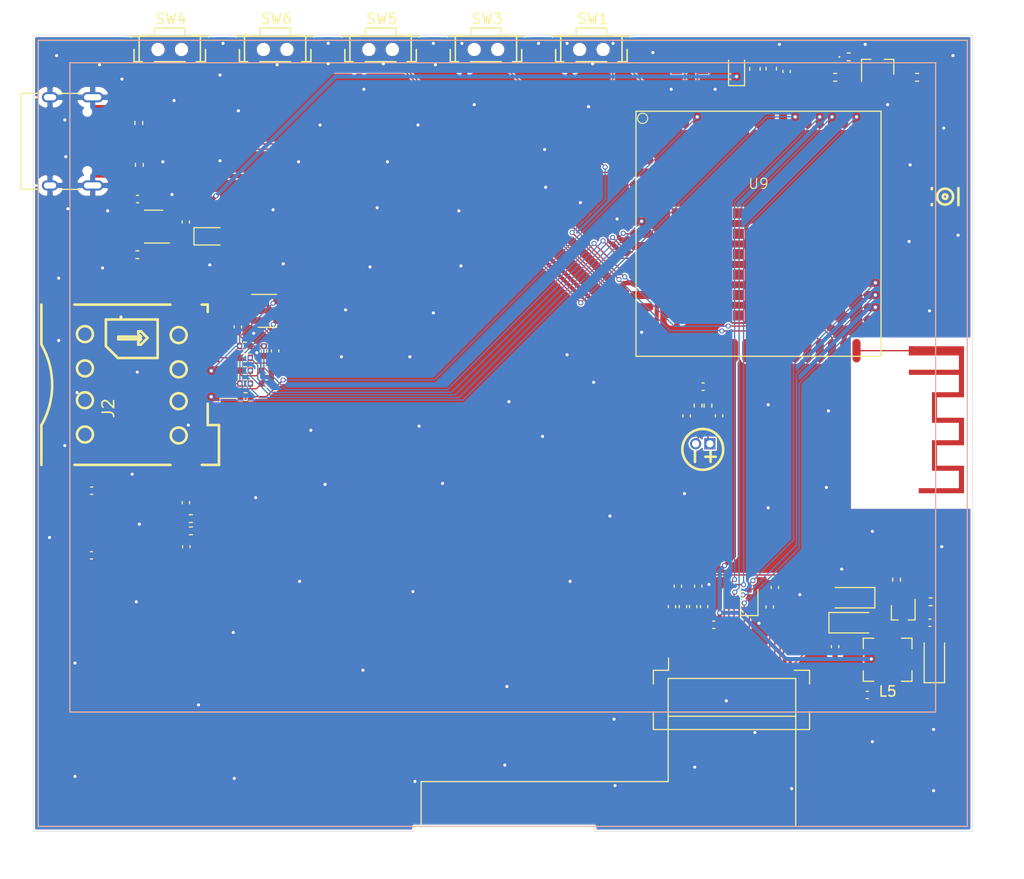
<source format=kicad_pcb>
(kicad_pcb (version 20171130) (host pcbnew "(5.1.9)-1")
  (layers (0 F.Cu signal) (31 B.Cu signal) (34 B.Paste user) (35 F.Paste user) (36 B.SilkS user) (37 F.SilkS user) (38 B.Mask user) (39 F.Mask user) (44 Edge.Cuts user))
  (net 0 "")
  (net 1 GND)
  (net 2 /LTE_ANT)
  (net 3 /MIC-)
  (net 4 /MIC+)
  (net 5 "Net-(C12-Pad1)")
  (net 6 "Net-(C16-Pad1)")
  (net 7 /USIM_VDD)
  (net 8 /WIFI_ANT)
  (net 9 "Net-(C9-Pad1)")
  (net 10 "Net-(C10-Pad1)")
  (net 11 "Net-(C13-Pad1)")
  (net 12 "Net-(C14-Pad1)")
  (net 13 "Net-(C15-Pad1)")
  (net 14 "Net-(C18-Pad2)")
  (net 15 "Net-(C18-Pad1)")
  (net 16 /PREVGH)
  (net 17 +5V)
  (net 18 "Net-(C22-Pad2)")
  (net 19 +4V)
  (net 20 /PREVGL)
  (net 21 +3V3)
  (net 22 "Net-(C30-Pad2)")
  (net 23 "Net-(C31-Pad2)")
  (net 24 "Net-(C32-Pad2)")
  (net 25 "Net-(C33-Pad2)")
  (net 26 "Net-(C34-Pad2)")
  (net 27 "Net-(C35-Pad2)")
  (net 28 /CHARGE_DET)
  (net 29 "Net-(D1-Pad1)")
  (net 30 /BUSY)
  (net 31 "Net-(D5-Pad1)")
  (net 32 "Net-(D6-Pad1)")
  (net 33 "Net-(J1-PadB8)")
  (net 34 "Net-(J1-PadA5)")
  (net 35 /USB_D-)
  (net 36 /USB_D+)
  (net 37 "Net-(J1-PadA8)")
  (net 38 "Net-(J1-PadB5)")
  (net 39 "Net-(J2-PadC6)")
  (net 40 /USIM_CD)
  (net 41 "Net-(J5-Pad19)")
  (net 42 /SCLK)
  (net 43 /DC)
  (net 44 /RES)
  (net 45 /CS)
  (net 46 "Net-(J5-Pad18)")
  (net 47 /SDI)
  (net 48 /RESE)
  (net 49 /GDR)
  (net 50 "Net-(J5-Pad24)")
  (net 51 /SPK+)
  (net 52 /SPK-)
  (net 53 "Net-(Q2-Pad3)")
  (net 54 "Net-(Q2-Pad2)")
  (net 55 "Net-(Q2-Pad1)")
  (net 56 +1V8)
  (net 57 /USIM_RST)
  (net 58 /USIM_DATA)
  (net 59 /USIM_CLK)
  (net 60 /NET_LED)
  (net 61 "Net-(R19-Pad1)")
  (net 62 /KEY1)
  (net 63 /BOOT)
  (net 64 /KEY3)
  (net 65 /POWER_KEY)
  (net 66 /KEY2)
  (net 67 /KEY4)
  (net 68 "Net-(U1-Pad5)")
  (net 69 "Net-(U9-Pad115)")
  (net 70 "Net-(U9-Pad114)")
  (net 71 "Net-(U9-Pad113)")
  (net 72 "Net-(U9-Pad112)")
  (net 73 "Net-(U9-Pad111)")
  (net 74 "Net-(U9-Pad110)")
  (net 75 "Net-(U9-Pad106)")
  (net 76 "Net-(U9-Pad105)")
  (net 77 "Net-(U9-Pad104)")
  (net 78 "Net-(U9-Pad103)")
  (net 79 "Net-(U9-Pad102)")
  (net 80 "Net-(U9-Pad101)")
  (net 81 "Net-(U9-Pad99)")
  (net 82 "Net-(U9-Pad98)")
  (net 83 "Net-(U9-Pad97)")
  (net 84 "Net-(U9-Pad96)")
  (net 85 "Net-(U9-Pad95)")
  (net 86 "Net-(U9-Pad94)")
  (net 87 "Net-(U9-Pad93)")
  (net 88 "Net-(U9-Pad92)")
  (net 89 "Net-(U9-Pad91)")
  (net 90 "Net-(U9-Pad90)")
  (net 91 "Net-(U9-Pad89)")
  (net 92 "Net-(U9-Pad88)")
  (net 93 "Net-(U9-Pad87)")
  (net 94 "Net-(U9-Pad86)")
  (net 95 "Net-(U9-Pad85)")
  (net 96 "Net-(U9-Pad84)")
  (net 97 "Net-(U9-Pad83)")
  (net 98 "Net-(U9-Pad82)")
  (net 99 "Net-(U9-Pad81)")
  (net 100 "Net-(U9-Pad80)")
  (net 101 "Net-(U9-Pad79)")
  (net 102 "Net-(U9-Pad78)")
  (net 103 "Net-(U9-Pad76)")
  (net 104 "Net-(U9-Pad75)")
  (net 105 "Net-(U9-Pad74)")
  (net 106 "Net-(U9-Pad73)")
  (net 107 "Net-(U9-Pad72)")
  (net 108 "Net-(U9-Pad71)")
  (net 109 "Net-(U9-Pad70)")
  (net 110 "Net-(U9-Pad69)")
  (net 111 "Net-(U9-Pad67)")
  (net 112 "Net-(U9-Pad64)")
  (net 113 "Net-(U9-Pad63)")
  (net 114 "Net-(U9-Pad56)")
  (net 115 "Net-(U9-Pad53)")
  (net 116 "Net-(U9-Pad51)")
  (net 117 "Net-(U9-Pad50)")
  (net 118 "Net-(U9-Pad49)")
  (net 119 "Net-(U9-Pad43)")
  (net 120 "Net-(U9-Pad42)")
  (net 121 "Net-(U9-Pad41)")
  (net 122 "Net-(U9-Pad36)")
  (net 123 "Net-(U9-Pad35)")
  (net 124 "Net-(U9-Pad7)")
  (net 125 "Net-(U9-Pad6)")
  (net 126 "Net-(U9-Pad5)")
  (net 127 "Net-(U9-Pad1)")
  (net 128 "Net-(U9-Pad40)")
  (net 129 "Net-(U9-Pad30)")
  (net 130 "Net-(U9-Pad29)")
  (net 131 "Net-(U9-Pad28)")
  (net 132 "Net-(U9-Pad27)")
  (net 133 "Net-(U9-Pad26)")
  (net 134 "Net-(U9-Pad25)")
  (module lapi:GDEW042T2 (layer B.Cu) (at 110.9 95.2 180)
    (fp_text reference J5 hide)
    (fp_text value Conn_01x24_MountingPin)
    (pad 19 smd rect (at 19.85 15.84) (size 0.3 1.3) (layers F.Cu F.Paste F.Mask) (net 41 "Net-(J5-Pad19)"))
    (pad 10 smd rect (at 24.35 15.84) (size 0.3 1.3) (layers F.Cu F.Paste F.Mask) (net 21 +3V3))
    (pad MP smd rect (at 15.45 12.59) (size 1.8 2.2) (layers F.Cu F.Paste F.Mask) (net 1 GND))
    (pad 3 smd rect (at 27.85 15.84) (size 0.3 1.3) (layers F.Cu F.Paste F.Mask) (net 25 "Net-(C33-Pad2)"))
    (pad MP smd rect (at 30.75 12.59) (size 1.8 2.2) (layers F.Cu F.Paste F.Mask) (net 1 GND))
    (pad 6 smd rect (at 26.35 15.84) (size 0.3 1.3) (layers F.Cu F.Paste F.Mask) (net 24 "Net-(C32-Pad2)"))
    (pad 7 smd rect (at 25.85 15.84) (size 0.3 1.3) (layers F.Cu F.Paste F.Mask) (net 22 "Net-(C30-Pad2)"))
    (pad 9 smd rect (at 24.85 15.84) (size 0.3 1.3) (layers F.Cu F.Paste F.Mask) (net 21 +3V3))
    (pad 1 smd rect (at 28.85 15.84) (size 0.3 1.3) (layers F.Cu F.Paste F.Mask) (net 26 "Net-(C34-Pad2)"))
    (pad 12 smd rect (at 23.35 15.84) (size 0.3 1.3) (layers F.Cu F.Paste F.Mask) (net 42 /SCLK))
    (pad 14 smd rect (at 22.35 15.84) (size 0.3 1.3) (layers F.Cu F.Paste F.Mask) (net 43 /DC))
    (pad 15 smd rect (at 21.85 15.84) (size 0.3 1.3) (layers F.Cu F.Paste F.Mask) (net 44 /RES))
    (pad 16 smd rect (at 21.35 15.84) (size 0.3 1.3) (layers F.Cu F.Paste F.Mask) (net 31 "Net-(D5-Pad1)"))
    (pad 17 smd rect (at 20.85 15.84) (size 0.3 1.3) (layers F.Cu F.Paste F.Mask) (net 1 GND))
    (pad 5 smd rect (at 26.85 15.84) (size 0.3 1.3) (layers F.Cu F.Paste F.Mask) (net 18 "Net-(C22-Pad2)"))
    (pad 13 smd rect (at 22.85 15.84) (size 0.3 1.3) (layers F.Cu F.Paste F.Mask) (net 45 /CS))
    (pad 18 smd rect (at 20.35 15.84) (size 0.3 1.3) (layers F.Cu F.Paste F.Mask) (net 46 "Net-(J5-Pad18)"))
    (pad 20 smd rect (at 19.35 15.84) (size 0.3 1.3) (layers F.Cu F.Paste F.Mask) (net 27 "Net-(C35-Pad2)"))
    (pad 4 smd rect (at 27.35 15.84) (size 0.3 1.3) (layers F.Cu F.Paste F.Mask) (net 16 /PREVGH))
    (pad 21 smd rect (at 18.85 15.84) (size 0.3 1.3) (layers F.Cu F.Paste F.Mask) (net 23 "Net-(C31-Pad2)"))
    (pad 2 smd rect (at 28.35 15.84) (size 0.3 1.3) (layers F.Cu F.Paste F.Mask) (net 20 /PREVGL))
    (pad 11 smd rect (at 23.85 15.84) (size 0.3 1.3) (layers F.Cu F.Paste F.Mask) (net 47 /SDI))
    (pad 22 smd rect (at 18.35 15.84) (size 0.3 1.3) (layers F.Cu F.Paste F.Mask) (net 48 /RESE))
    (pad 23 smd rect (at 17.85 15.84) (size 0.3 1.3) (layers F.Cu F.Paste F.Mask) (net 49 /GDR))
    (pad 24 smd rect (at 17.35 15.84) (size 0.3 1.3) (layers F.Cu F.Paste F.Mask) (net 50 "Net-(J5-Pad24)"))
    (pad 8 smd rect (at 25.35 15.84) (size 0.3 1.3) (layers F.Cu F.Paste F.Mask) (net 1 GND))
  )
  (module lapi:Wifi_2.4GHz (layer F.Cu) (at 105.4 59.45 270)
    (fp_text reference AE2 hide)
    (fp_text value Antenna)
    (fp_poly (pts (xy -6.28 -2.54) (xy -4.28 -2.54) (xy -4.28 -5.18) (xy -1.58 -5.18) (xy -1.58 -2.54) (xy 0.42 -2.54) (xy 0.42 -5.18) (xy 3.12 -5.18) (xy 3.12 -0.74) (xy 2.62 -0.74) (xy 2.62 -4.68) (xy 0.92 -4.68) (xy 0.92 -2.04) (xy -2.08 -2.04) (xy -2.08 -4.68) (xy -3.78 -4.68) (xy -3.78 -2.04) (xy -6.78 -2.04) (xy -6.78 -4.68) (xy -8.48 -4.68) (xy -8.48 0.22) (xy -8.98 0.22) (xy -8.98 -4.68) (xy -10.38 -4.68) (xy -10.38 0.22) (xy -11.28 0.22) (xy -11.28 -0.023215) (xy -10.977583 -0.023215) (xy -10.967742 0.024395) (xy -10.943674 0.066797) (xy -10.905731 0.099581) (xy -10.897819 0.103935) (xy -10.855156 0.116043) (xy -10.806637 0.1153) (xy -10.761122 0.1024) (xy -10.742511 0.091787) (xy -10.708868 0.056553) (xy -10.688309 0.011368) (xy -10.681778 -0.038158) (xy -10.690218 -0.086417) (xy -10.707112 -0.118643) (xy -10.742372 -0.151313) (xy -10.787682 -0.171408) (xy -10.837267 -0.177982) (xy -10.885353 -0.170092) (xy -10.918245 -0.153186) (xy -10.953185 -0.116416) (xy -10.972847 -0.071622) (xy -10.977583 -0.023215) (xy -11.28 -0.023215) (xy -11.28 -5.18) (xy -6.28 -5.18) (xy -6.28 -2.54)) (layer F.Cu) (width 0))
    (pad 1 smd rect (at -10.83 -0.03 270) (size 0.9 0.5) (layers F.Cu F.Paste F.Mask) (net 8 /WIFI_ANT))
  )
  (module lapi:Air724 (layer F.Cu) (at 90.45 37.15)
    (fp_text reference U9 (at 0 -4.9) (layer F.SilkS) (effects (font (thickness 0.1))))
    (fp_text value Air724)
    (pad 117 smd rect (at 8 8 90) (size 1 1) (layers F.Cu F.Paste F.Mask) (net 1 GND))
    (pad 116 smd rect (at 6 8 90) (size 1 1) (layers F.Cu F.Paste F.Mask) (net 1 GND))
    (pad 115 smd rect (at 4 8 90) (size 1 1) (layers F.Cu F.Paste F.Mask) (net 69 "Net-(U9-Pad115)"))
    (pad 114 smd rect (at 2 8 90) (size 1 1) (layers F.Cu F.Paste F.Mask) (net 70 "Net-(U9-Pad114)"))
    (pad 113 smd rect (at 0 8 90) (size 1 1) (layers F.Cu F.Paste F.Mask) (net 71 "Net-(U9-Pad113)"))
    (pad 112 smd rect (at -2 8 90) (size 1 1) (layers F.Cu F.Paste F.Mask) (net 72 "Net-(U9-Pad112)"))
    (pad 111 smd rect (at -4 8 90) (size 1 1) (layers F.Cu F.Paste F.Mask) (net 73 "Net-(U9-Pad111)"))
    (pad 110 smd rect (at -6 8 90) (size 1 1) (layers F.Cu F.Paste F.Mask) (net 74 "Net-(U9-Pad110)"))
    (pad 109 smd rect (at -8 8 90) (size 1 1) (layers F.Cu F.Paste F.Mask) (net 1 GND))
    (pad 108 smd rect (at 8 6 90) (size 1 1) (layers F.Cu F.Paste F.Mask) (net 1 GND))
    (pad 107 smd rect (at 6 6 90) (size 1 1) (layers F.Cu F.Paste F.Mask) (net 1 GND))
    (pad 106 smd rect (at 4 6 90) (size 1 1) (layers F.Cu F.Paste F.Mask) (net 75 "Net-(U9-Pad106)"))
    (pad 105 smd rect (at 2 6 90) (size 1 1) (layers F.Cu F.Paste F.Mask) (net 76 "Net-(U9-Pad105)"))
    (pad 104 smd rect (at 0 6 90) (size 1 1) (layers F.Cu F.Paste F.Mask) (net 77 "Net-(U9-Pad104)"))
    (pad 103 smd rect (at -2 6 90) (size 1 1) (layers F.Cu F.Paste F.Mask) (net 78 "Net-(U9-Pad103)"))
    (pad 102 smd rect (at -4 6 90) (size 1 1) (layers F.Cu F.Paste F.Mask) (net 79 "Net-(U9-Pad102)"))
    (pad 101 smd rect (at -6 6 90) (size 1 1) (layers F.Cu F.Paste F.Mask) (net 80 "Net-(U9-Pad101)"))
    (pad 100 smd rect (at -8 6 90) (size 1 1) (layers F.Cu F.Paste F.Mask) (net 1 GND))
    (pad 99 smd rect (at 8 4 90) (size 1 1) (layers F.Cu F.Paste F.Mask) (net 81 "Net-(U9-Pad99)"))
    (pad 98 smd rect (at 6 4 90) (size 1 1) (layers F.Cu F.Paste F.Mask) (net 82 "Net-(U9-Pad98)"))
    (pad 97 smd rect (at 4 4 90) (size 1 1) (layers F.Cu F.Paste F.Mask) (net 83 "Net-(U9-Pad97)"))
    (pad 96 smd rect (at 2 4 90) (size 1 1) (layers F.Cu F.Paste F.Mask) (net 84 "Net-(U9-Pad96)"))
    (pad 95 smd rect (at 0 4 90) (size 1 1) (layers F.Cu F.Paste F.Mask) (net 85 "Net-(U9-Pad95)"))
    (pad 94 smd rect (at -2 4 90) (size 1 1) (layers F.Cu F.Paste F.Mask) (net 86 "Net-(U9-Pad94)"))
    (pad 93 smd rect (at -4 4 90) (size 1 1) (layers F.Cu F.Paste F.Mask) (net 87 "Net-(U9-Pad93)"))
    (pad 92 smd rect (at -6 4 90) (size 1 1) (layers F.Cu F.Paste F.Mask) (net 88 "Net-(U9-Pad92)"))
    (pad 91 smd rect (at -8 4 90) (size 1 1) (layers F.Cu F.Paste F.Mask) (net 89 "Net-(U9-Pad91)"))
    (pad 90 smd rect (at 8 2 90) (size 1 1) (layers F.Cu F.Paste F.Mask) (net 90 "Net-(U9-Pad90)"))
    (pad 89 smd rect (at 6 2 90) (size 1 1) (layers F.Cu F.Paste F.Mask) (net 91 "Net-(U9-Pad89)"))
    (pad 88 smd rect (at 4 2 90) (size 1 1) (layers F.Cu F.Paste F.Mask) (net 92 "Net-(U9-Pad88)"))
    (pad 87 smd rect (at 2 2 90) (size 1 1) (layers F.Cu F.Paste F.Mask) (net 93 "Net-(U9-Pad87)"))
    (pad 86 smd rect (at 0 2 90) (size 1 1) (layers F.Cu F.Paste F.Mask) (net 94 "Net-(U9-Pad86)"))
    (pad 85 smd rect (at -2 2 90) (size 1 1) (layers F.Cu F.Paste F.Mask) (net 95 "Net-(U9-Pad85)"))
    (pad 84 smd rect (at -4 2 90) (size 1 1) (layers F.Cu F.Paste F.Mask) (net 96 "Net-(U9-Pad84)"))
    (pad 83 smd rect (at -6 2 90) (size 1 1) (layers F.Cu F.Paste F.Mask) (net 97 "Net-(U9-Pad83)"))
    (pad 82 smd rect (at -8 2 90) (size 1 1) (layers F.Cu F.Paste F.Mask) (net 98 "Net-(U9-Pad82)"))
    (pad 81 smd rect (at 8 0 90) (size 1 1) (layers F.Cu F.Paste F.Mask) (net 99 "Net-(U9-Pad81)"))
    (pad 80 smd rect (at 6 0 90) (size 1 1) (layers F.Cu F.Paste F.Mask) (net 100 "Net-(U9-Pad80)"))
    (pad 79 smd rect (at 4 0 90) (size 1 1) (layers F.Cu F.Paste F.Mask) (net 101 "Net-(U9-Pad79)"))
    (pad 78 smd rect (at 2 0 90) (size 1 1) (layers F.Cu F.Paste F.Mask) (net 102 "Net-(U9-Pad78)"))
    (pad 77 smd rect (at 0 0 90) (size 1 1) (layers F.Cu F.Paste F.Mask) (net 1 GND))
    (pad 76 smd rect (at -2 0 90) (size 1 1) (layers F.Cu F.Paste F.Mask) (net 103 "Net-(U9-Pad76)"))
    (pad 75 smd rect (at -4 0 90) (size 1 1) (layers F.Cu F.Paste F.Mask) (net 104 "Net-(U9-Pad75)"))
    (pad 74 smd rect (at -6 0 90) (size 1 1) (layers F.Cu F.Paste F.Mask) (net 105 "Net-(U9-Pad74)"))
    (pad 73 smd rect (at -8 0 90) (size 1 1) (layers F.Cu F.Paste F.Mask) (net 106 "Net-(U9-Pad73)"))
    (pad 72 smd rect (at -2 -2 90) (size 1 1) (layers F.Cu F.Paste F.Mask) (net 107 "Net-(U9-Pad72)"))
    (pad 71 smd rect (at -4 -2 90) (size 1 1) (layers F.Cu F.Paste F.Mask) (net 108 "Net-(U9-Pad71)"))
    (pad 70 smd rect (at -6 -2 90) (size 1 1) (layers F.Cu F.Paste F.Mask) (net 109 "Net-(U9-Pad70)"))
    (pad 69 smd rect (at -8 -2 90) (size 1 1) (layers F.Cu F.Paste F.Mask) (net 110 "Net-(U9-Pad69)"))
    (pad 68 smd oval (at -9.6 -11.45 270) (size 2.3 0.8) (layers F.Cu F.Paste F.Mask) (net 65 /POWER_KEY))
    (pad 67 smd oval (at -8.4 -11.45 270) (size 2.3 0.8) (layers F.Cu F.Paste F.Mask) (net 111 "Net-(U9-Pad67)"))
    (pad 66 smd oval (at -7.2 -11.45 270) (size 2.3 0.8) (layers F.Cu F.Paste F.Mask) (net 63 /BOOT))
    (pad 65 smd oval (at -6 -11.45 270) (size 2.3 0.8) (layers F.Cu F.Paste F.Mask) (net 56 +1V8))
    (pad 64 smd oval (at -4.8 -11.45 270) (size 2.3 0.8) (layers F.Cu F.Paste F.Mask) (net 112 "Net-(U9-Pad64)"))
    (pad 63 smd oval (at -3.6 -11.45 270) (size 2.3 0.8) (layers F.Cu F.Paste F.Mask) (net 113 "Net-(U9-Pad63)"))
    (pad 62 smd oval (at -2.4 -11.45 270) (size 2.3 0.8) (layers F.Cu F.Paste F.Mask) (net 1 GND))
    (pad 61 smd oval (at -1.2 -11.45 270) (size 2.3 0.8) (layers F.Cu F.Paste F.Mask) (net 1 GND))
    (pad 60 smd oval (at 0 -11.45 270) (size 2.3 0.8) (layers F.Cu F.Paste F.Mask) (net 19 +4V))
    (pad 59 smd oval (at 1.2 -11.45 270) (size 2.3 0.8) (layers F.Cu F.Paste F.Mask) (net 19 +4V))
    (pad 58 smd oval (at 2.4 -11.45 270) (size 2.3 0.8) (layers F.Cu F.Paste F.Mask) (net 60 /NET_LED))
    (pad 57 smd oval (at 3.6 -11.45 270) (size 2.3 0.8) (layers F.Cu F.Paste F.Mask) (net 28 /CHARGE_DET))
    (pad 56 smd oval (at 4.8 -11.45 270) (size 2.3 0.8) (layers F.Cu F.Paste F.Mask) (net 114 "Net-(U9-Pad56)"))
    (pad 55 smd oval (at 6 -11.45 270) (size 2.3 0.8) (layers F.Cu F.Paste F.Mask) (net 47 /SDI))
    (pad 54 smd oval (at 7.2 -11.45 270) (size 2.3 0.8) (layers F.Cu F.Paste F.Mask) (net 45 /CS))
    (pad 53 smd oval (at 8.4 -11.45 270) (size 2.3 0.8) (layers F.Cu F.Paste F.Mask) (net 115 "Net-(U9-Pad53)"))
    (pad 52 smd oval (at 9.6 -11.45 270) (size 2.3 0.8) (layers F.Cu F.Paste F.Mask) (net 42 /SCLK))
    (pad 51 smd oval (at 11.45 -9.6 180) (size 2.3 0.8) (layers F.Cu F.Paste F.Mask) (net 116 "Net-(U9-Pad51)"))
    (pad 50 smd oval (at 11.45 -8.4 180) (size 2.3 0.8) (layers F.Cu F.Paste F.Mask) (net 117 "Net-(U9-Pad50)"))
    (pad 49 smd oval (at 11.45 -7.2 180) (size 2.3 0.8) (layers F.Cu F.Paste F.Mask) (net 118 "Net-(U9-Pad49)"))
    (pad 48 smd oval (at 11.45 -6 180) (size 2.3 0.8) (layers F.Cu F.Paste F.Mask) (net 1 GND))
    (pad 47 smd oval (at 11.45 -4.8 180) (size 2.3 0.8) (layers F.Cu F.Paste F.Mask) (net 1 GND))
    (pad 46 smd oval (at 11.45 -3.6 180) (size 2.3 0.8) (layers F.Cu F.Paste F.Mask) (net 2 /LTE_ANT) (clearance 0.25))
    (pad 45 smd oval (at 11.45 -2.4 180) (size 2.3 0.8) (layers F.Cu F.Paste F.Mask) (net 1 GND))
    (pad 44 smd oval (at 11.45 -1.2 180) (size 2.3 0.8) (layers F.Cu F.Paste F.Mask) (net 1 GND))
    (pad 43 smd oval (at 11.45 0 180) (size 2.3 0.8) (layers F.Cu F.Paste F.Mask) (net 119 "Net-(U9-Pad43)"))
    (pad 42 smd oval (at 11.45 1.2 180) (size 2.3 0.8) (layers F.Cu F.Paste F.Mask) (net 120 "Net-(U9-Pad42)"))
    (pad 41 smd oval (at 11.45 2.4 180) (size 2.3 0.8) (layers F.Cu F.Paste F.Mask) (net 121 "Net-(U9-Pad41)"))
    (pad 40 smd oval (at 11.45 3.6 180) (size 2.3 0.8) (layers F.Cu F.Paste F.Mask) (net 128 "Net-(U9-Pad40)"))
    (pad 39 smd oval (at 11.45 4.8 180) (size 2.3 0.8) (layers F.Cu F.Paste F.Mask) (net 30 /BUSY))
    (pad 38 smd oval (at 11.45 6 180) (size 2.3 0.8) (layers F.Cu F.Paste F.Mask) (net 43 /DC))
    (pad 37 smd oval (at 11.45 7.2 180) (size 2.3 0.8) (layers F.Cu F.Paste F.Mask) (net 44 /RES))
    (pad 36 smd oval (at 11.45 8.4 180) (size 2.3 0.8) (layers F.Cu F.Paste F.Mask) (net 122 "Net-(U9-Pad36)"))
    (pad 35 smd oval (at 11.45 9.6 180) (size 2.3 0.8) (layers F.Cu F.Paste F.Mask) (net 123 "Net-(U9-Pad35)"))
    (pad 34 smd oval (at 9.6 11.45 90) (size 2.3 0.8) (layers F.Cu F.Paste F.Mask) (net 8 /WIFI_ANT) (clearance 0.25))
    (pad 33 smd oval (at 8.4 11.45 90) (size 2.3 0.8) (layers F.Cu F.Paste F.Mask) (net 1 GND))
    (pad 32 smd oval (at 7.2 11.45 90) (size 2.3 0.8) (layers F.Cu F.Paste F.Mask) (net 67 /KEY4))
    (pad 31 smd oval (at 6 11.45 90) (size 2.3 0.8) (layers F.Cu F.Paste F.Mask) (net 64 /KEY3))
    (pad 30 smd oval (at 4.8 11.45 90) (size 2.3 0.8) (layers F.Cu F.Paste F.Mask) (net 129 "Net-(U9-Pad30)"))
    (pad 29 smd oval (at 3.6 11.45 90) (size 2.3 0.8) (layers F.Cu F.Paste F.Mask) (net 130 "Net-(U9-Pad29)"))
    (pad 28 smd oval (at 2.4 11.45 90) (size 2.3 0.8) (layers F.Cu F.Paste F.Mask) (net 131 "Net-(U9-Pad28)"))
    (pad 27 smd oval (at 1.2 11.45 90) (size 2.3 0.8) (layers F.Cu F.Paste F.Mask) (net 132 "Net-(U9-Pad27)"))
    (pad 26 smd oval (at 0 11.45 90) (size 2.3 0.8) (layers F.Cu F.Paste F.Mask) (net 133 "Net-(U9-Pad26)"))
    (pad 25 smd oval (at -1.2 11.45 90) (size 2.3 0.8) (layers F.Cu F.Paste F.Mask) (net 134 "Net-(U9-Pad25)"))
    (pad 24 smd oval (at -2.4 11.45 90) (size 2.3 0.8) (layers F.Cu F.Paste F.Mask) (net 21 +3V3))
    (pad 23 smd oval (at -3.6 11.45 90) (size 2.3 0.8) (layers F.Cu F.Paste F.Mask) (net 1 GND))
    (pad 22 smd oval (at -4.8 11.45 90) (size 2.3 0.8) (layers F.Cu F.Paste F.Mask) (net 4 /MIC+))
    (pad 21 smd oval (at -6 11.45 90) (size 2.3 0.8) (layers F.Cu F.Paste F.Mask) (net 3 /MIC-))
    (pad 20 smd oval (at -7.2 11.45 90) (size 2.3 0.8) (layers F.Cu F.Paste F.Mask) (net 1 GND))
    (pad 19 smd oval (at -8.4 11.45 90) (size 2.3 0.8) (layers F.Cu F.Paste F.Mask) (net 51 /SPK+))
    (pad 18 smd oval (at -9.6 11.45 90) (size 2.3 0.8) (layers F.Cu F.Paste F.Mask) (net 52 /SPK-))
    (pad 17 smd oval (at -11.45 9.6) (size 2.3 0.8) (layers F.Cu F.Paste F.Mask) (net 1 GND))
    (pad 16 smd oval (at -11.45 8.4) (size 2.3 0.8) (layers F.Cu F.Paste F.Mask) (net 36 /USB_D+))
    (pad 15 smd oval (at -11.45 7.2) (size 2.3 0.8) (layers F.Cu F.Paste F.Mask) (net 35 /USB_D-))
    (pad 14 smd oval (at -11.45 6) (size 2.3 0.8) (layers F.Cu F.Paste F.Mask) (net 17 +5V))
    (pad 13 smd oval (at -11.45 4.8) (size 2.3 0.8) (layers F.Cu F.Paste F.Mask) (net 1 GND))
    (pad 12 smd oval (at -11.45 3.6) (size 2.3 0.8) (layers F.Cu F.Paste F.Mask) (net 7 /USIM_VDD))
    (pad 11 smd oval (at -11.45 2.4) (size 2.3 0.8) (layers F.Cu F.Paste F.Mask) (net 57 /USIM_RST))
    (pad 10 smd oval (at -11.45 1.2) (size 2.3 0.8) (layers F.Cu F.Paste F.Mask) (net 58 /USIM_DATA))
    (pad 9 smd oval (at -11.45 0) (size 2.3 0.8) (layers F.Cu F.Paste F.Mask) (net 59 /USIM_CLK))
    (pad 8 smd oval (at -11.45 -1.2) (size 2.3 0.8) (layers F.Cu F.Paste F.Mask) (net 40 /USIM_CD))
    (pad 7 smd oval (at -11.45 -2.4) (size 2.3 0.8) (layers F.Cu F.Paste F.Mask) (net 124 "Net-(U9-Pad7)"))
    (pad 6 smd oval (at -11.45 -3.6) (size 2.3 0.8) (layers F.Cu F.Paste F.Mask) (net 125 "Net-(U9-Pad6)"))
    (pad 5 smd oval (at -11.45 -4.8) (size 2.3 0.8) (layers F.Cu F.Paste F.Mask) (net 126 "Net-(U9-Pad5)"))
    (pad 4 smd oval (at -11.45 -6) (size 2.3 0.8) (layers F.Cu F.Paste F.Mask) (net 66 /KEY2))
    (pad 3 smd oval (at -11.45 -7.2) (size 2.3 0.8) (layers F.Cu F.Paste F.Mask) (net 62 /KEY1))
    (pad 2 smd oval (at -11.45 -8.4) (size 2.3 0.8) (layers F.Cu F.Paste F.Mask) (net 1 GND))
    (pad 1 smd oval (at -11.45 -9.6) (size 2.3 0.8) (layers F.Cu F.Paste F.Mask) (net 127 "Net-(U9-Pad1)"))
  )
  (module Package_TO_SOT_SMD:SOT-23-5 (layer F.Cu) (at 31.2 36.45 180)
    (fp_text reference U2 hide)
    (fp_text value SGM4054)
    (pad 5 smd rect (at 1.1 -0.95 180) (size 1.06 0.65) (layers F.Cu F.Paste F.Mask) (net 61 "Net-(R19-Pad1)"))
    (pad 4 smd rect (at 1.1 0.95 180) (size 1.06 0.65) (layers F.Cu F.Paste F.Mask) (net 17 +5V))
    (pad 3 smd rect (at -1.1 0.95 180) (size 1.06 0.65) (layers F.Cu F.Paste F.Mask) (net 19 +4V))
    (pad 2 smd rect (at -1.1 0 180) (size 1.06 0.65) (layers F.Cu F.Paste F.Mask) (net 1 GND))
    (pad 1 smd rect (at -1.1 -0.95 180) (size 1.06 0.65) (layers F.Cu F.Paste F.Mask) (net 29 "Net-(D1-Pad1)"))
  )
  (module Package_TO_SOT_SMD:SOT-23-6 (layer F.Cu) (at 42.35 44.7)
    (fp_text reference U1 hide)
    (fp_text value SRV05-4)
    (pad 5 smd rect (at 1.1 0) (size 1.06 0.65) (layers F.Cu F.Paste F.Mask) (net 68 "Net-(U1-Pad5)"))
    (pad 6 smd rect (at 1.1 -0.95) (size 1.06 0.65) (layers F.Cu F.Paste F.Mask) (net 11 "Net-(C13-Pad1)"))
    (pad 4 smd rect (at 1.1 0.95) (size 1.06 0.65) (layers F.Cu F.Paste F.Mask) (net 10 "Net-(C10-Pad1)"))
    (pad 3 smd rect (at -1.1 0.95) (size 1.06 0.65) (layers F.Cu F.Paste F.Mask) (net 13 "Net-(C15-Pad1)"))
    (pad 2 smd rect (at -1.1 0) (size 1.06 0.65) (layers F.Cu F.Paste F.Mask) (net 1 GND))
    (pad 1 smd rect (at -1.1 -0.95) (size 1.06 0.65) (layers F.Cu F.Paste F.Mask) (net 7 /USIM_VDD))
  )
  (module lapi:KEY-01 (layer F.Cu) (at 43.225 15.6)
    (fp_text reference SW6 (at 0 0.5) (layer F.SilkS))
    (fp_text value key)
    (pad 1 smd rect (at -2.22 5) (size 0.9 0.9) (layers F.Cu F.Paste F.Mask) (net 1 GND))
    (pad 3 smd rect (at 3.68 2.9 90) (size 1 0.5) (layers F.Cu F.Paste F.Mask) (net 1 GND))
    (pad 3 smd rect (at -3.92 2.9 90) (size 1 0.5) (layers F.Cu F.Paste F.Mask) (net 1 GND))
    (pad 2 smd rect (at 1.98 5) (size 0.9 0.9) (layers F.Cu F.Paste F.Mask) (net 67 /KEY4))
    (pad "" np_thru_hole circle (at 1.03 3.5) (size 1 1) (drill 1) (layers *.Cu *.Mask))
    (pad "" np_thru_hole circle (at -1.27 3.5) (size 1 1) (drill 1) (layers *.Cu *.Mask))
  )
  (module lapi:KEY-01 (layer F.Cu) (at 53.55 15.6)
    (fp_text reference SW5 (at 0 0.5) (layer F.SilkS))
    (fp_text value key)
    (pad 1 smd rect (at -2.22 5) (size 0.9 0.9) (layers F.Cu F.Paste F.Mask) (net 1 GND))
    (pad 3 smd rect (at 3.68 2.9 90) (size 1 0.5) (layers F.Cu F.Paste F.Mask) (net 1 GND))
    (pad 3 smd rect (at -3.92 2.9 90) (size 1 0.5) (layers F.Cu F.Paste F.Mask) (net 1 GND))
    (pad 2 smd rect (at 1.98 5) (size 0.9 0.9) (layers F.Cu F.Paste F.Mask) (net 66 /KEY2))
    (pad "" np_thru_hole circle (at 1.03 3.5) (size 1 1) (drill 1) (layers *.Cu *.Mask))
    (pad "" np_thru_hole circle (at -1.27 3.5) (size 1 1) (drill 1) (layers *.Cu *.Mask))
  )
  (module lapi:KEY-01 (layer F.Cu) (at 32.9 15.6)
    (fp_text reference SW4 (at 0 0.5) (layer F.SilkS))
    (fp_text value "power key")
    (pad 1 smd rect (at -2.22 5) (size 0.9 0.9) (layers F.Cu F.Paste F.Mask) (net 1 GND))
    (pad 3 smd rect (at 3.68 2.9 90) (size 1 0.5) (layers F.Cu F.Paste F.Mask) (net 1 GND))
    (pad 3 smd rect (at -3.92 2.9 90) (size 1 0.5) (layers F.Cu F.Paste F.Mask) (net 1 GND))
    (pad 2 smd rect (at 1.98 5) (size 0.9 0.9) (layers F.Cu F.Paste F.Mask) (net 65 /POWER_KEY))
    (pad "" np_thru_hole circle (at 1.03 3.5) (size 1 1) (drill 1) (layers *.Cu *.Mask))
    (pad "" np_thru_hole circle (at -1.27 3.5) (size 1 1) (drill 1) (layers *.Cu *.Mask))
  )
  (module lapi:KEY-01 (layer F.Cu) (at 63.875 15.6)
    (fp_text reference SW3 (at 0 0.5) (layer F.SilkS))
    (fp_text value key)
    (pad 1 smd rect (at -2.22 5) (size 0.9 0.9) (layers F.Cu F.Paste F.Mask) (net 1 GND))
    (pad 3 smd rect (at 3.68 2.9 90) (size 1 0.5) (layers F.Cu F.Paste F.Mask) (net 1 GND))
    (pad 3 smd rect (at -3.92 2.9 90) (size 1 0.5) (layers F.Cu F.Paste F.Mask) (net 1 GND))
    (pad 2 smd rect (at 1.98 5) (size 0.9 0.9) (layers F.Cu F.Paste F.Mask) (net 64 /KEY3))
    (pad "" np_thru_hole circle (at 1.03 3.5) (size 1 1) (drill 1) (layers *.Cu *.Mask))
    (pad "" np_thru_hole circle (at -1.27 3.5) (size 1 1) (drill 1) (layers *.Cu *.Mask))
  )
  (module lapi:2pin (layer F.Cu) (at 86.778 19.91 270)
    (fp_text reference SW2 hide)
    (fp_text value "boot key" hide)
    (pad 1 smd rect (at 0.015 1.778 270) (size 3.15 1) (layers F.Cu F.Paste F.Mask) (net 56 +1V8))
    (pad 2 smd rect (at 0.015 4.318 270) (size 3.15 1) (layers F.Cu F.Paste F.Mask) (net 63 /BOOT))
  )
  (module lapi:KEY-01 (layer F.Cu) (at 74.2 15.6)
    (fp_text reference SW1 (at 0 0.5) (layer F.SilkS))
    (fp_text value key)
    (pad 1 smd rect (at -2.22 5) (size 0.9 0.9) (layers F.Cu F.Paste F.Mask) (net 1 GND))
    (pad 3 smd rect (at 3.68 2.9 90) (size 1 0.5) (layers F.Cu F.Paste F.Mask) (net 1 GND))
    (pad 3 smd rect (at -3.92 2.9 90) (size 1 0.5) (layers F.Cu F.Paste F.Mask) (net 1 GND))
    (pad 2 smd rect (at 1.98 5) (size 0.9 0.9) (layers F.Cu F.Paste F.Mask) (net 62 /KEY1))
    (pad "" np_thru_hole circle (at 1.03 3.5) (size 1 1) (drill 1) (layers *.Cu *.Mask))
    (pad "" np_thru_hole circle (at -1.27 3.5) (size 1 1) (drill 1) (layers *.Cu *.Mask))
  )
  (module Resistor_SMD:R_0402_1005Metric (layer F.Cu) (at 105.985 21.825)
    (fp_text reference R21 hide)
    (fp_text value 47K)
    (pad 2 smd roundrect (at 0.51 0) (size 0.54 0.64) (layers F.Cu F.Paste F.Mask) (net 1 GND))
    (pad 1 smd roundrect (at -0.51 0) (size 0.54 0.64) (layers F.Cu F.Paste F.Mask) (net 54 "Net-(Q2-Pad2)"))
  )
  (module Resistor_SMD:R_0402_1005Metric (layer F.Cu) (at 29.61 39.2 180)
    (fp_text reference R19 hide)
    (fp_text value 1.65K)
    (pad 2 smd roundrect (at 0.51 0 180) (size 0.54 0.64) (layers F.Cu F.Paste F.Mask) (net 1 GND))
    (pad 1 smd roundrect (at -0.51 0 180) (size 0.54 0.64) (layers F.Cu F.Paste F.Mask) (net 61 "Net-(R19-Pad1)"))
  )
  (module Resistor_SMD:R_0402_1005Metric (layer F.Cu) (at 99.29 19.825)
    (fp_text reference R18 hide)
    (fp_text value 2.2K)
    (pad 2 smd roundrect (at 0.51 0) (size 0.54 0.64) (layers F.Cu F.Paste F.Mask) (net 53 "Net-(Q2-Pad3)"))
    (pad 1 smd roundrect (at -0.51 0) (size 0.54 0.64) (layers F.Cu F.Paste F.Mask) (net 32 "Net-(D6-Pad1)"))
  )
  (module Resistor_SMD:R_0402_1005Metric (layer F.Cu) (at 97.965 21.825)
    (fp_text reference R17 hide)
    (fp_text value 4.7K)
    (pad 2 smd roundrect (at 0.51 0) (size 0.54 0.64) (layers F.Cu F.Paste F.Mask) (net 55 "Net-(Q2-Pad1)"))
    (pad 1 smd roundrect (at -0.51 0) (size 0.54 0.64) (layers F.Cu F.Paste F.Mask) (net 60 /NET_LED))
  )
  (module Resistor_SMD:R_0402_1005Metric (layer F.Cu) (at 103.975 71.035 90)
    (fp_text reference R16 hide)
    (fp_text value 0.47)
    (pad 2 smd roundrect (at 0.51 0 90) (size 0.54 0.64) (layers F.Cu F.Paste F.Mask) (net 1 GND))
    (pad 1 smd roundrect (at -0.51 0 90) (size 0.54 0.64) (layers F.Cu F.Paste F.Mask) (net 48 /RESE))
  )
  (module Resistor_SMD:R_0402_1005Metric (layer F.Cu) (at 107.315 73.2)
    (fp_text reference R15 hide)
    (fp_text value 10K)
    (pad 2 smd roundrect (at 0.51 0) (size 0.54 0.64) (layers F.Cu F.Paste F.Mask) (net 1 GND))
    (pad 1 smd roundrect (at -0.51 0) (size 0.54 0.64) (layers F.Cu F.Paste F.Mask) (net 49 /GDR))
  )
  (module Resistor_SMD:R_0402_1005Metric (layer F.Cu) (at 40.14 48.15 180)
    (fp_text reference R14 hide)
    (fp_text value 10K)
    (pad 2 smd roundrect (at 0.51 0 180) (size 0.54 0.64) (layers F.Cu F.Paste F.Mask) (net 11 "Net-(C13-Pad1)"))
    (pad 1 smd roundrect (at -0.51 0 180) (size 0.54 0.64) (layers F.Cu F.Paste F.Mask) (net 7 /USIM_VDD))
  )
  (module Resistor_SMD:R_0402_1005Metric (layer F.Cu) (at 29.8 30.4 90)
    (fp_text reference R13 hide)
    (fp_text value 5.1K)
    (pad 2 smd roundrect (at 0.51 0 90) (size 0.54 0.64) (layers F.Cu F.Paste F.Mask) (net 38 "Net-(J1-PadB5)"))
    (pad 1 smd roundrect (at -0.51 0 90) (size 0.54 0.64) (layers F.Cu F.Paste F.Mask) (net 1 GND))
  )
  (module Resistor_SMD:R_0402_1005Metric (layer F.Cu) (at 29.75 26.3 270)
    (fp_text reference R12 hide)
    (fp_text value 5.1K)
    (pad 2 smd roundrect (at 0.51 0 270) (size 0.54 0.64) (layers F.Cu F.Paste F.Mask) (net 34 "Net-(J1-PadA5)"))
    (pad 1 smd roundrect (at -0.51 0 270) (size 0.54 0.64) (layers F.Cu F.Paste F.Mask) (net 1 GND))
  )
  (module Resistor_SMD:R_0402_1005Metric (layer F.Cu) (at 40.165 51.825)
    (fp_text reference R11 hide)
    (fp_text value 22R)
    (pad 2 smd roundrect (at 0.51 0) (size 0.54 0.64) (layers F.Cu F.Paste F.Mask) (net 59 /USIM_CLK))
    (pad 1 smd roundrect (at -0.51 0) (size 0.54 0.64) (layers F.Cu F.Paste F.Mask) (net 10 "Net-(C10-Pad1)"))
  )
  (module Resistor_SMD:R_0402_1005Metric (layer F.Cu) (at 40.16 50.55)
    (fp_text reference R10 hide)
    (fp_text value 22R)
    (pad 2 smd roundrect (at 0.51 0) (size 0.54 0.64) (layers F.Cu F.Paste F.Mask) (net 58 /USIM_DATA))
    (pad 1 smd roundrect (at -0.51 0) (size 0.54 0.64) (layers F.Cu F.Paste F.Mask) (net 11 "Net-(C13-Pad1)"))
  )
  (module Resistor_SMD:R_0402_1005Metric (layer F.Cu) (at 40.16 49.3)
    (fp_text reference R9 hide)
    (fp_text value 22R)
    (pad 2 smd roundrect (at 0.51 0) (size 0.54 0.64) (layers F.Cu F.Paste F.Mask) (net 57 /USIM_RST))
    (pad 1 smd roundrect (at -0.51 0) (size 0.54 0.64) (layers F.Cu F.Paste F.Mask) (net 13 "Net-(C15-Pad1)"))
  )
  (module Resistor_SMD:R_0402_1005Metric (layer F.Cu) (at 40.21 53.1 180)
    (fp_text reference R4 hide)
    (fp_text value 10K)
    (pad 2 smd roundrect (at 0.51 0 180) (size 0.54 0.64) (layers F.Cu F.Paste F.Mask) (net 40 /USIM_CD))
    (pad 1 smd roundrect (at -0.51 0 180) (size 0.54 0.64) (layers F.Cu F.Paste F.Mask) (net 56 +1V8))
  )
  (module Package_TO_SOT_SMD:SOT-23 (layer F.Cu) (at 102.125 20.825 90)
    (fp_text reference Q2 hide)
    (fp_text value BC817)
    (pad 3 smd rect (at 1 0 90) (size 0.9 0.8) (layers F.Cu F.Paste F.Mask) (net 53 "Net-(Q2-Pad3)"))
    (pad 2 smd rect (at -1 0.95 90) (size 0.9 0.8) (layers F.Cu F.Paste F.Mask) (net 54 "Net-(Q2-Pad2)"))
    (pad 1 smd rect (at -1 -0.95 90) (size 0.9 0.8) (layers F.Cu F.Paste F.Mask) (net 55 "Net-(Q2-Pad1)"))
  )
  (module Package_TO_SOT_SMD:SOT-323_SC-70 (layer F.Cu) (at 104.625 74.25 270)
    (fp_text reference Q1 hide)
    (fp_text value Si1308EDL)
    (pad 3 smd rect (at 1 0 180) (size 0.45 0.7) (layers F.Cu F.Paste F.Mask) (net 14 "Net-(C18-Pad2)"))
    (pad 2 smd rect (at -1 0.65 180) (size 0.45 0.7) (layers F.Cu F.Paste F.Mask) (net 48 /RESE))
    (pad 1 smd rect (at -1 -0.65 180) (size 0.45 0.7) (layers F.Cu F.Paste F.Mask) (net 49 /GDR))
  )
  (module lapi:MIC-TH_BD4.0-P1.40-D0.4-L-FD (layer F.Cu) (at 84.99 57.72 180)
    (fp_text reference MK1 hide)
    (fp_text value Microphone hide)
    (pad 1 thru_hole rect (at -0.7 0 90) (size 1.1 1.1) (drill 0.7) (layers *.Cu *.Paste *.Mask) (net 12 "Net-(C14-Pad1)"))
    (pad 2 thru_hole circle (at 0.7 0 90) (size 1.1 1.1) (drill 0.7) (layers *.Cu *.Paste *.Mask) (net 9 "Net-(C9-Pad1)"))
  )
  (module lapi:2pin (layer F.Cu) (at 24.665 68.618 180)
    (fp_text reference LS1 hide)
    (fp_text value Speaker)
    (pad 1 smd rect (at 0.015 1.778 180) (size 3.15 1) (layers F.Cu F.Paste F.Mask) (net 6 "Net-(C16-Pad1)"))
    (pad 2 smd rect (at 0.015 4.318 180) (size 3.15 1) (layers F.Cu F.Paste F.Mask) (net 5 "Net-(C12-Pad1)"))
  )
  (module Inductor_SMD:L_Bourns-SRN4018 (layer F.Cu) (at 103.1 78.875)
    (fp_text reference L5 (at 0 3.1) (layer F.SilkS))
    (fp_text value "10uH 1A")
    (pad 2 smd rect (at 1.525 0) (size 1.5 3.6) (layers F.Cu F.Paste F.Mask) (net 14 "Net-(C18-Pad2)"))
    (pad 1 smd rect (at -1.525 0) (size 1.5 3.6) (layers F.Cu F.Paste F.Mask) (net 21 +3V3))
  )
  (module Resistor_SMD:R_0402_1005Metric (layer F.Cu) (at 84.53 53.99 270)
    (fp_text reference L4 hide)
    (fp_text value 0R)
    (pad 2 smd roundrect (at 0.51 0 270) (size 0.54 0.64) (layers F.Cu F.Paste F.Mask) (net 9 "Net-(C9-Pad1)"))
    (pad 1 smd roundrect (at -0.51 0 270) (size 0.54 0.64) (layers F.Cu F.Paste F.Mask) (net 3 /MIC-))
  )
  (module Resistor_SMD:R_0402_1005Metric (layer F.Cu) (at 85.5 53.99 270)
    (fp_text reference L3 hide)
    (fp_text value 0R)
    (pad 2 smd roundrect (at 0.51 0 270) (size 0.54 0.64) (layers F.Cu F.Paste F.Mask) (net 12 "Net-(C14-Pad1)"))
    (pad 1 smd roundrect (at -0.51 0 270) (size 0.54 0.64) (layers F.Cu F.Paste F.Mask) (net 4 /MIC+))
  )
  (module Resistor_SMD:R_0402_1005Metric (layer F.Cu) (at 34.85 65.05 180)
    (fp_text reference L2 hide)
    (fp_text value 0R)
    (pad 2 smd roundrect (at 0.51 0 180) (size 0.54 0.64) (layers F.Cu F.Paste F.Mask) (net 5 "Net-(C12-Pad1)"))
    (pad 1 smd roundrect (at -0.51 0 180) (size 0.54 0.64) (layers F.Cu F.Paste F.Mask) (net 52 /SPK-))
  )
  (module Resistor_SMD:R_0402_1005Metric (layer F.Cu) (at 34.85 66.25 180)
    (fp_text reference L1 hide)
    (fp_text value 0R)
    (pad 2 smd roundrect (at 0.51 0 180) (size 0.54 0.64) (layers F.Cu F.Paste F.Mask) (net 6 "Net-(C16-Pad1)"))
    (pad 1 smd roundrect (at -0.51 0 180) (size 0.54 0.64) (layers F.Cu F.Paste F.Mask) (net 51 /SPK+))
  )
  (module lapi:2pin (layer F.Cu) (at 22.835 34.932)
    (fp_text reference J4 hide)
    (fp_text value Battery)
    (pad 1 smd rect (at 0.015 1.778) (size 3.15 1) (layers F.Cu F.Paste F.Mask) (net 1 GND))
    (pad 2 smd rect (at 0.015 4.318) (size 3.15 1) (layers F.Cu F.Paste F.Mask) (net 19 +4V))
  )
  (module lapi:SIM-SMD_SMC-202-7 (layer F.Cu) (at 29.3 51.9 270)
    (fp_text reference J2 (at 1.27 2.54 90) (layer F.SilkS) (effects (font (size 1.143 1.143) (thickness 0.152)) (justify right)))
    (fp_text value SIM-Micro-SMC-202-7 hide)
    (pad C1 smd rect (at -5.14 -7.543 270) (size 0.9 1.6) (layers F.Cu F.Paste F.Mask) (net 7 /USIM_VDD))
    (pad C2 smd rect (at -2.6 -7.543 270) (size 0.9 1.6) (layers F.Cu F.Paste F.Mask) (net 13 "Net-(C15-Pad1)"))
    (pad C3 smd rect (at -0.06 -7.543 270) (size 0.9 1.6) (layers F.Cu F.Paste F.Mask) (net 10 "Net-(C10-Pad1)"))
    (pad C6 smd rect (at -3.87 -7.543 270) (size 0.9 1.6) (layers F.Cu F.Paste F.Mask) (net 39 "Net-(J2-PadC6)"))
    (pad C5 smd rect (at -6.41 -7.543 270) (size 0.9 1.6) (layers F.Cu F.Paste F.Mask) (net 1 GND))
    (pad C7 smd rect (at -1.33 -7.543 270) (size 0.9 1.6) (layers F.Cu F.Paste F.Mask) (net 11 "Net-(C13-Pad1)"))
    (pad 7 smd rect (at -8.2 -5.075 180) (size 2.61 1.56) (layers F.Cu F.Paste F.Mask) (net 1 GND))
    (pad 8 smd rect (at -8.2 7.543 180) (size 2.9 1.56) (layers F.Cu F.Paste F.Mask) (net 1 GND))
    (pad 9 smd rect (at 8.2 7.537 180) (size 2.9 1.56) (layers F.Cu F.Paste F.Mask) (net 1 GND))
    (pad 10 smd rect (at 8.2 -5.086 180) (size 2.61 1.56) (layers F.Cu F.Paste F.Mask) (net 1 GND))
    (pad CD smd rect (at 1.21 -7.54 270) (size 0.9 1.6) (layers F.Cu F.Paste F.Mask) (net 40 /USIM_CD))
  )
  (module Connector_USB:USB_C_Receptacle_HRO_TYPE-C-31-M-12 (layer F.Cu) (at 22.1 28.1 270)
    (fp_text reference J1 hide)
    (fp_text value USB_C_Receptacle_USB2.0)
    (pad B1 smd rect (at 3.25 -4.045 270) (size 0.6 1.45) (layers F.Cu F.Paste F.Mask) (net 1 GND))
    (pad A9 smd rect (at 2.45 -4.045 270) (size 0.6 1.45) (layers F.Cu F.Paste F.Mask) (net 17 +5V))
    (pad B9 smd rect (at -2.45 -4.045 270) (size 0.6 1.45) (layers F.Cu F.Paste F.Mask) (net 17 +5V))
    (pad B12 smd rect (at -3.25 -4.045 270) (size 0.6 1.45) (layers F.Cu F.Paste F.Mask) (net 1 GND))
    (pad A1 smd rect (at -3.25 -4.045 270) (size 0.6 1.45) (layers F.Cu F.Paste F.Mask) (net 1 GND))
    (pad A4 smd rect (at -2.45 -4.045 270) (size 0.6 1.45) (layers F.Cu F.Paste F.Mask) (net 17 +5V))
    (pad B4 smd rect (at 2.45 -4.045 270) (size 0.6 1.45) (layers F.Cu F.Paste F.Mask) (net 17 +5V))
    (pad A12 smd rect (at 3.25 -4.045 270) (size 0.6 1.45) (layers F.Cu F.Paste F.Mask) (net 1 GND))
    (pad B8 smd rect (at -1.75 -4.045 270) (size 0.3 1.45) (layers F.Cu F.Paste F.Mask) (net 33 "Net-(J1-PadB8)"))
    (pad A5 smd rect (at -1.25 -4.045 270) (size 0.3 1.45) (layers F.Cu F.Paste F.Mask) (net 34 "Net-(J1-PadA5)"))
    (pad B7 smd rect (at -0.75 -4.045 270) (size 0.3 1.45) (layers F.Cu F.Paste F.Mask) (net 35 /USB_D-))
    (pad A7 smd rect (at 0.25 -4.045 270) (size 0.3 1.45) (layers F.Cu F.Paste F.Mask) (net 35 /USB_D-))
    (pad B6 smd rect (at 0.75 -4.045 270) (size 0.3 1.45) (layers F.Cu F.Paste F.Mask) (net 36 /USB_D+))
    (pad A8 smd rect (at 1.25 -4.045 270) (size 0.3 1.45) (layers F.Cu F.Paste F.Mask) (net 37 "Net-(J1-PadA8)"))
    (pad B5 smd rect (at 1.75 -4.045 270) (size 0.3 1.45) (layers F.Cu F.Paste F.Mask) (net 38 "Net-(J1-PadB5)"))
    (pad A6 smd rect (at -0.25 -4.045 270) (size 0.3 1.45) (layers F.Cu F.Paste F.Mask) (net 36 /USB_D+))
    (pad S1 thru_hole oval (at 4.32 -3.13 270) (size 1 2.1) (drill oval 0.6 1.7) (layers *.Cu *.Mask) (net 1 GND))
    (pad S1 thru_hole oval (at -4.32 -3.13 270) (size 1 2.1) (drill oval 0.6 1.7) (layers *.Cu *.Mask) (net 1 GND))
    (pad "" np_thru_hole circle (at -2.89 -2.6 270) (size 0.65 0.65) (drill 0.65) (layers *.Cu *.Mask))
    (pad S1 thru_hole oval (at -4.32 1.05 270) (size 1 1.6) (drill oval 0.6 1.2) (layers *.Cu *.Mask) (net 1 GND))
    (pad "" np_thru_hole circle (at 2.89 -2.6 270) (size 0.65 0.65) (drill 0.65) (layers *.Cu *.Mask))
    (pad S1 thru_hole oval (at 4.32 1.05 270) (size 1 1.6) (drill oval 0.6 1.2) (layers *.Cu *.Mask) (net 1 GND))
  )
  (module LED_SMD:LED_0402_1005Metric (layer F.Cu) (at 97.285 19.825 180)
    (fp_text reference D6 hide)
    (fp_text value LED)
    (pad 2 smd roundrect (at 0.485 0 180) (size 0.59 0.64) (layers F.Cu F.Paste F.Mask) (net 19 +4V))
    (pad 1 smd roundrect (at -0.485 0 180) (size 0.59 0.64) (layers F.Cu F.Paste F.Mask) (net 32 "Net-(D6-Pad1)"))
  )
  (module Diode_SMD:D_SOD-323 (layer F.Cu) (at 89.55 73.05 90)
    (fp_text reference D5 hide)
    (fp_text value 1n4148 hide)
    (pad 2 smd rect (at 1.05 0 90) (size 0.6 0.45) (layers F.Cu F.Paste F.Mask) (net 30 /BUSY))
    (pad 1 smd rect (at -1.05 0 90) (size 0.6 0.45) (layers F.Cu F.Paste F.Mask) (net 31 "Net-(D5-Pad1)"))
  )
  (module Diode_SMD:D_SOD-123 (layer F.Cu) (at 99.6 75.25)
    (fp_text reference D4 hide)
    (fp_text value MBR0530)
    (pad 2 smd rect (at 1.65 0) (size 0.9 1.2) (layers F.Cu F.Paste F.Mask) (net 14 "Net-(C18-Pad2)"))
    (pad 1 smd rect (at -1.65 0) (size 0.9 1.2) (layers F.Cu F.Paste F.Mask) (net 16 /PREVGH))
  )
  (module Diode_SMD:D_SOD-123 (layer F.Cu) (at 107.675 78.875 90)
    (fp_text reference D3 hide)
    (fp_text value MBR0530)
    (pad 2 smd rect (at 1.65 0 90) (size 0.9 1.2) (layers F.Cu F.Paste F.Mask) (net 15 "Net-(C18-Pad1)"))
    (pad 1 smd rect (at -1.65 0 90) (size 0.9 1.2) (layers F.Cu F.Paste F.Mask) (net 1 GND))
  )
  (module Diode_SMD:D_SOD-123 (layer F.Cu) (at 99.6 72.8 180)
    (fp_text reference D2 hide)
    (fp_text value MBR0530)
    (pad 2 smd rect (at 1.65 0 180) (size 0.9 1.2) (layers F.Cu F.Paste F.Mask) (net 20 /PREVGL))
    (pad 1 smd rect (at -1.65 0 180) (size 0.9 1.2) (layers F.Cu F.Paste F.Mask) (net 15 "Net-(C18-Pad1)"))
  )
  (module Diode_SMD:D_SOD-323 (layer F.Cu) (at 36.65 37.4)
    (fp_text reference D1 hide)
    (fp_text value 1n4148)
    (pad 2 smd rect (at 1.05 0) (size 0.6 0.45) (layers F.Cu F.Paste F.Mask) (net 28 /CHARGE_DET))
    (pad 1 smd rect (at -1.05 0) (size 0.6 0.45) (layers F.Cu F.Paste F.Mask) (net 29 "Net-(D1-Pad1)"))
  )
  (module Capacitor_SMD:C_0402_1005Metric (layer F.Cu) (at 91.55 73.7 270)
    (fp_text reference C35 hide)
    (fp_text value "1uF   50V")
    (pad 2 smd roundrect (at 0.48 0 270) (size 0.56 0.62) (layers F.Cu F.Paste F.Mask) (net 27 "Net-(C35-Pad2)"))
    (pad 1 smd roundrect (at -0.48 0 270) (size 0.56 0.62) (layers F.Cu F.Paste F.Mask) (net 1 GND))
  )
  (module Capacitor_SMD:C_0402_1005Metric (layer F.Cu) (at 81.975 73.67 270)
    (fp_text reference C34 hide)
    (fp_text value "1uF   50V")
    (pad 2 smd roundrect (at 0.48 0 270) (size 0.56 0.62) (layers F.Cu F.Paste F.Mask) (net 26 "Net-(C34-Pad2)"))
    (pad 1 smd roundrect (at -0.48 0 270) (size 0.56 0.62) (layers F.Cu F.Paste F.Mask) (net 1 GND))
  )
  (module Capacitor_SMD:C_0402_1005Metric (layer F.Cu) (at 83.05 73.67 270)
    (fp_text reference C33 hide)
    (fp_text value "1uF   50V")
    (pad 2 smd roundrect (at 0.48 0 270) (size 0.56 0.62) (layers F.Cu F.Paste F.Mask) (net 25 "Net-(C33-Pad2)"))
    (pad 1 smd roundrect (at -0.48 0 270) (size 0.56 0.62) (layers F.Cu F.Paste F.Mask) (net 1 GND))
  )
  (module Capacitor_SMD:C_0402_1005Metric (layer F.Cu) (at 84.55 71.67 270)
    (fp_text reference C32 hide)
    (fp_text value "1uF   50V")
    (pad 2 smd roundrect (at 0.48 0 270) (size 0.56 0.62) (layers F.Cu F.Paste F.Mask) (net 24 "Net-(C32-Pad2)"))
    (pad 1 smd roundrect (at -0.48 0 270) (size 0.56 0.62) (layers F.Cu F.Paste F.Mask) (net 1 GND))
  )
  (module Capacitor_SMD:C_0402_1005Metric (layer F.Cu) (at 92.05 71.795 270)
    (fp_text reference C31 hide)
    (fp_text value "1uF   50V")
    (pad 2 smd roundrect (at 0.48 0 270) (size 0.56 0.62) (layers F.Cu F.Paste F.Mask) (net 23 "Net-(C31-Pad2)"))
    (pad 1 smd roundrect (at -0.48 0 270) (size 0.56 0.62) (layers F.Cu F.Paste F.Mask) (net 1 GND))
  )
  (module Capacitor_SMD:C_0402_1005Metric (layer F.Cu) (at 85.125 73.67 270)
    (fp_text reference C30 hide)
    (fp_text value "1uF   50V")
    (pad 2 smd roundrect (at 0.48 0 270) (size 0.56 0.62) (layers F.Cu F.Paste F.Mask) (net 22 "Net-(C30-Pad2)"))
    (pad 1 smd roundrect (at -0.48 0 270) (size 0.56 0.62) (layers F.Cu F.Paste F.Mask) (net 1 GND))
  )
  (module Capacitor_SMD:C_0402_1005Metric (layer F.Cu) (at 86.07 75.45)
    (fp_text reference C29 hide)
    (fp_text value "1uF   50V")
    (pad 2 smd roundrect (at 0.48 0) (size 0.56 0.62) (layers F.Cu F.Paste F.Mask) (net 21 +3V3))
    (pad 1 smd roundrect (at -0.48 0) (size 0.56 0.62) (layers F.Cu F.Paste F.Mask) (net 1 GND))
  )
  (module Capacitor_SMD:C_0603_1608Metric (layer F.Cu) (at 90.1 21 90)
    (fp_text reference C28 hide)
    (fp_text value 33pF)
    (pad 2 smd roundrect (at 0.775 0 90) (size 0.9 0.95) (layers F.Cu F.Paste F.Mask) (net 1 GND))
    (pad 1 smd roundrect (at -0.775 0 90) (size 0.9 0.95) (layers F.Cu F.Paste F.Mask) (net 19 +4V))
  )
  (module Capacitor_SMD:C_0603_1608Metric (layer F.Cu) (at 91.7 20.975 90)
    (fp_text reference C27 hide)
    (fp_text value 10pF)
    (pad 2 smd roundrect (at 0.775 0 90) (size 0.9 0.95) (layers F.Cu F.Paste F.Mask) (net 1 GND))
    (pad 1 smd roundrect (at -0.775 0 90) (size 0.9 0.95) (layers F.Cu F.Paste F.Mask) (net 19 +4V))
  )
  (module Capacitor_SMD:C_0402_1005Metric (layer F.Cu) (at 93.2 21.25 90)
    (fp_text reference C26 hide)
    (fp_text value 100nF)
    (pad 2 smd roundrect (at 0.48 0 90) (size 0.56 0.62) (layers F.Cu F.Paste F.Mask) (net 1 GND))
    (pad 1 smd roundrect (at -0.48 0 90) (size 0.56 0.62) (layers F.Cu F.Paste F.Mask) (net 19 +4V))
  )
  (module Capacitor_Tantalum_SMD:CP_EIA-1608-10_AVX-L_Pad1.25x1.05mm_HandSolder (layer F.Cu) (at 88.3 20.95 90)
    (fp_text reference C25 hide)
    (fp_text value 100uF)
    (pad 2 smd roundrect (at 0.8 0 90) (size 1.25 1.05) (layers F.Cu F.Paste F.Mask) (roundrect_rratio 0.2380942857142857) (net 1 GND))
    (pad 1 smd roundrect (at -0.8 0 90) (size 1.25 1.05) (layers F.Cu F.Paste F.Mask) (roundrect_rratio 0.2380942857142857) (net 19 +4V))
  )
  (module Capacitor_SMD:C_0402_1005Metric (layer F.Cu) (at 82.55 71.67 270)
    (fp_text reference C24 hide)
    (fp_text value "1uF   50V")
    (pad 2 smd roundrect (at 0.48 0 270) (size 0.56 0.62) (layers F.Cu F.Paste F.Mask) (net 20 /PREVGL))
    (pad 1 smd roundrect (at -0.48 0 270) (size 0.56 0.62) (layers F.Cu F.Paste F.Mask) (net 1 GND))
  )
  (module Capacitor_SMD:C_0402_1005Metric (layer F.Cu) (at 34.35 36 270)
    (fp_text reference C23 hide)
    (fp_text value 100nF)
    (pad 2 smd roundrect (at 0.48 0 270) (size 0.56 0.62) (layers F.Cu F.Paste F.Mask) (net 1 GND))
    (pad 1 smd roundrect (at -0.48 0 270) (size 0.56 0.62) (layers F.Cu F.Paste F.Mask) (net 19 +4V))
  )
  (module Capacitor_SMD:C_0402_1005Metric (layer F.Cu) (at 84.05 73.67 270)
    (fp_text reference C22 hide)
    (fp_text value "1uF   50V")
    (pad 2 smd roundrect (at 0.48 0 270) (size 0.56 0.62) (layers F.Cu F.Paste F.Mask) (net 18 "Net-(C22-Pad2)"))
    (pad 1 smd roundrect (at -0.48 0 270) (size 0.56 0.62) (layers F.Cu F.Paste F.Mask) (net 1 GND))
  )
  (module Capacitor_SMD:C_0402_1005Metric (layer F.Cu) (at 29.62 33.75)
    (fp_text reference C20 hide)
    (fp_text value 10uF)
    (pad 2 smd roundrect (at 0.48 0) (size 0.56 0.62) (layers F.Cu F.Paste F.Mask) (net 17 +5V))
    (pad 1 smd roundrect (at -0.48 0) (size 0.56 0.62) (layers F.Cu F.Paste F.Mask) (net 1 GND))
  )
  (module Capacitor_SMD:C_0402_1005Metric (layer F.Cu) (at 97.95 77.595 270)
    (fp_text reference C19 hide)
    (fp_text value "1uF 50V")
    (pad 2 smd roundrect (at 0.48 0 270) (size 0.56 0.62) (layers F.Cu F.Paste F.Mask) (net 1 GND))
    (pad 1 smd roundrect (at -0.48 0 270) (size 0.56 0.62) (layers F.Cu F.Paste F.Mask) (net 16 /PREVGH))
  )
  (module Capacitor_SMD:C_0402_1005Metric (layer F.Cu) (at 107.245 75.25)
    (fp_text reference C18 hide)
    (fp_text value "4.7nF 50V")
    (pad 2 smd roundrect (at 0.48 0) (size 0.56 0.62) (layers F.Cu F.Paste F.Mask) (net 14 "Net-(C18-Pad2)"))
    (pad 1 smd roundrect (at -0.48 0) (size 0.56 0.62) (layers F.Cu F.Paste F.Mask) (net 15 "Net-(C18-Pad1)"))
  )
  (module Capacitor_SMD:C_0402_1005Metric (layer F.Cu) (at 101.105 82.325 180)
    (fp_text reference C17 hide)
    (fp_text value "4.7nF 50V")
    (pad 2 smd roundrect (at 0.48 0 180) (size 0.56 0.62) (layers F.Cu F.Paste F.Mask) (net 1 GND))
    (pad 1 smd roundrect (at -0.48 0 180) (size 0.56 0.62) (layers F.Cu F.Paste F.Mask) (net 21 +3V3))
  )
  (module Capacitor_SMD:C_0402_1005Metric (layer F.Cu) (at 25.11 68.65)
    (fp_text reference C16 hide)
    (fp_text value 47PF)
    (pad 2 smd roundrect (at 0.48 0) (size 0.56 0.62) (layers F.Cu F.Paste F.Mask) (net 1 GND))
    (pad 1 smd roundrect (at -0.48 0) (size 0.56 0.62) (layers F.Cu F.Paste F.Mask) (net 6 "Net-(C16-Pad1)"))
  )
  (module Capacitor_SMD:C_0402_1005Metric (layer F.Cu) (at 43.1 48.63 90)
    (fp_text reference C15 hide)
    (fp_text value 33pF)
    (pad 2 smd roundrect (at 0.48 0 90) (size 0.56 0.62) (layers F.Cu F.Paste F.Mask) (net 1 GND))
    (pad 1 smd roundrect (at -0.48 0 90) (size 0.56 0.62) (layers F.Cu F.Paste F.Mask) (net 13 "Net-(C15-Pad1)"))
  )
  (module Capacitor_SMD:C_0402_1005Metric (layer F.Cu) (at 86.59 54.98 270)
    (fp_text reference C14 hide)
    (fp_text value 33pF)
    (pad 2 smd roundrect (at 0.48 0 270) (size 0.56 0.62) (layers F.Cu F.Paste F.Mask) (net 1 GND))
    (pad 1 smd roundrect (at -0.48 0 270) (size 0.56 0.62) (layers F.Cu F.Paste F.Mask) (net 12 "Net-(C14-Pad1)"))
  )
  (module Capacitor_SMD:C_0402_1005Metric (layer F.Cu) (at 42.25 50.55)
    (fp_text reference C13 hide)
    (fp_text value 33pF)
    (pad 2 smd roundrect (at 0.48 0) (size 0.56 0.62) (layers F.Cu F.Paste F.Mask) (net 1 GND))
    (pad 1 smd roundrect (at -0.48 0) (size 0.56 0.62) (layers F.Cu F.Paste F.Mask) (net 11 "Net-(C13-Pad1)"))
  )
  (module Capacitor_SMD:C_0402_1005Metric (layer F.Cu) (at 25.13 62.32)
    (fp_text reference C12 hide)
    (fp_text value 47PF)
    (pad 2 smd roundrect (at 0.48 0) (size 0.56 0.62) (layers F.Cu F.Paste F.Mask) (net 1 GND))
    (pad 1 smd roundrect (at -0.48 0) (size 0.56 0.62) (layers F.Cu F.Paste F.Mask) (net 5 "Net-(C12-Pad1)"))
  )
  (module Capacitor_SMD:C_0402_1005Metric (layer F.Cu) (at 39.45 46.27 270)
    (fp_text reference C11 hide)
    (fp_text value 33pF)
    (pad 2 smd roundrect (at 0.48 0 270) (size 0.56 0.62) (layers F.Cu F.Paste F.Mask) (net 7 /USIM_VDD))
    (pad 1 smd roundrect (at -0.48 0 270) (size 0.56 0.62) (layers F.Cu F.Paste F.Mask) (net 1 GND))
  )
  (module Capacitor_SMD:C_0402_1005Metric (layer F.Cu) (at 42.255 51.825)
    (fp_text reference C10 hide)
    (fp_text value 33pF)
    (pad 2 smd roundrect (at 0.48 0) (size 0.56 0.62) (layers F.Cu F.Paste F.Mask) (net 1 GND))
    (pad 1 smd roundrect (at -0.48 0) (size 0.56 0.62) (layers F.Cu F.Paste F.Mask) (net 10 "Net-(C10-Pad1)"))
  )
  (module Capacitor_SMD:C_0402_1005Metric (layer F.Cu) (at 83.41 54.99 270)
    (fp_text reference C9 hide)
    (fp_text value 33pF)
    (pad 2 smd roundrect (at 0.48 0 270) (size 0.56 0.62) (layers F.Cu F.Paste F.Mask) (net 1 GND))
    (pad 1 smd roundrect (at -0.48 0 270) (size 0.56 0.62) (layers F.Cu F.Paste F.Mask) (net 9 "Net-(C9-Pad1)"))
  )
  (module Capacitor_SMD:C_0402_1005Metric (layer F.Cu) (at 42 48.63 90)
    (fp_text reference C7 hide)
    (fp_text value 0.1uF)
    (pad 2 smd roundrect (at 0.48 0 90) (size 0.56 0.62) (layers F.Cu F.Paste F.Mask) (net 7 /USIM_VDD))
    (pad 1 smd roundrect (at -0.48 0 90) (size 0.56 0.62) (layers F.Cu F.Paste F.Mask) (net 1 GND))
  )
  (module Capacitor_SMD:C_0402_1005Metric (layer F.Cu) (at 34.4 67.81 270)
    (fp_text reference C6 hide)
    (fp_text value NF)
    (pad 2 smd roundrect (at 0.48 0 270) (size 0.56 0.62) (layers F.Cu F.Paste F.Mask) (net 1 GND))
    (pad 1 smd roundrect (at -0.48 0 270) (size 0.56 0.62) (layers F.Cu F.Paste F.Mask) (net 6 "Net-(C16-Pad1)"))
  )
  (module Capacitor_SMD:C_0402_1005Metric (layer F.Cu) (at 34.36 63.49 90)
    (fp_text reference C4 hide)
    (fp_text value NF)
    (pad 2 smd roundrect (at 0.48 0 90) (size 0.56 0.62) (layers F.Cu F.Paste F.Mask) (net 1 GND))
    (pad 1 smd roundrect (at -0.48 0 90) (size 0.56 0.62) (layers F.Cu F.Paste F.Mask) (net 5 "Net-(C12-Pad1)"))
  )
  (module Capacitor_SMD:C_0402_1005Metric (layer F.Cu) (at 85.02 52.13 180)
    (fp_text reference C3 hide)
    (fp_text value NF)
    (pad 2 smd roundrect (at 0.48 0 180) (size 0.56 0.62) (layers F.Cu F.Paste F.Mask) (net 3 /MIC-))
    (pad 1 smd roundrect (at -0.48 0 180) (size 0.56 0.62) (layers F.Cu F.Paste F.Mask) (net 4 /MIC+))
  )
  (module lapi:IPEX (layer F.Cu) (at 105.45 33.1 90)
    (fp_text reference AE1 hide)
    (fp_text value Antenna hide)
    (pad 2 smd rect (at -1.91 3.28 180) (size 2.2 1.1) (layers F.Cu F.Paste F.Mask) (net 1 GND))
    (pad 1 smd rect (at -0.41 1.78 180) (size 1.05 1) (layers F.Cu F.Paste F.Mask) (net 2 /LTE_ANT))
    (pad 2 smd rect (at 1.09 3.28 180) (size 2.2 1.1) (layers F.Cu F.Paste F.Mask) (net 1 GND))
  )
  (gr_poly (pts (xy 91.7 26.8) (xy 90.4 26.8) (xy 90.4 21.4) (xy 91.7 21.4)) (layer F.Cu) (width 0.1))
  (gr_line (start 111.4 17.7) (end 19.4 17.7) (layer Edge.Cuts) (width 0.05))
  (gr_line (start 111.4 95.7) (end 111.4 17.7) (layer Edge.Cuts) (width 0.05))
  (gr_line (start 74.4 95.7) (end 111.4 95.7) (layer Edge.Cuts) (width 0.05))
  (gr_line (start 74.4 95.2) (end 74.4 95.7) (layer Edge.Cuts) (width 0.05))
  (gr_line (start 56.7 95.2) (end 74.4 95.2) (layer Edge.Cuts) (width 0.05))
  (gr_line (start 56.7 95.7) (end 56.7 95.2) (layer Edge.Cuts) (width 0.05))
  (gr_line (start 19.4 95.7) (end 56.7 95.7) (layer Edge.Cuts) (width 0.05))
  (gr_line (start 19.4 17.7) (end 19.4 95.7) (layer Edge.Cuts) (width 0.05))
  (via (at 79 46.8) (size 0.5) (drill 0.3) (layers F.Cu B.Cu) (net 1))
  (via (at 107.6 91.7) (size 0.5) (drill 0.3) (layers F.Cu B.Cu) (net 1))
  (via (at 93.7 91.5) (size 0.5) (drill 0.3) (layers F.Cu B.Cu) (net 1))
  (via (at 76.4 91.2) (size 0.5) (drill 0.3) (layers F.Cu B.Cu) (net 1))
  (via (at 56.8 90.8) (size 0.5) (drill 0.3) (layers F.Cu B.Cu) (net 1))
  (via (at 39.1 90.5) (size 0.5) (drill 0.3) (layers F.Cu B.Cu) (net 1))
  (via (at 23.5 90.3) (size 0.5) (drill 0.3) (layers F.Cu B.Cu) (net 1))
  (via (at 23.5 79.2) (size 0.5) (drill 0.3) (layers F.Cu B.Cu) (net 1))
  (via (at 39 76.2) (size 0.5) (drill 0.3) (layers F.Cu B.Cu) (net 1))
  (via (at 35.6 83.3) (size 0.5) (drill 0.3) (layers F.Cu B.Cu) (net 1))
  (via (at 51.7 79.9) (size 0.5) (drill 0.3) (layers F.Cu B.Cu) (net 1))
  (via (at 56.6 72.2) (size 0.5) (drill 0.3) (layers F.Cu B.Cu) (net 1))
  (via (at 65.8 81.5) (size 0.5) (drill 0.3) (layers F.Cu B.Cu) (net 1))
  (via (at 72 71.2) (size 0.5) (drill 0.3) (layers F.Cu B.Cu) (net 1))
  (via (at 87.3 82.9) (size 0.5) (drill 0.3) (layers F.Cu B.Cu) (net 1))
  (via (at 94.5 72.5) (size 0.5) (drill 0.3) (layers F.Cu B.Cu) (net 1))
  (via (at 85.6 71.5) (size 0.5) (drill 0.3) (layers F.Cu B.Cu) (net 1))
  (via (at 90.5 75.3) (size 0.5) (drill 0.3) (layers F.Cu B.Cu) (net 1))
  (via (at 98.6 70) (size 0.5) (drill 0.3) (layers F.Cu B.Cu) (net 1))
  (via (at 101.6 66.3) (size 0.5) (drill 0.3) (layers F.Cu B.Cu) (net 1))
  (via (at 108.4 67.8) (size 0.5) (drill 0.3) (layers F.Cu B.Cu) (net 1))
  (via (at 90.1 86) (size 0.5) (drill 0.3) (layers F.Cu B.Cu) (net 1))
  (via (at 101.6 86.9) (size 0.5) (drill 0.3) (layers F.Cu B.Cu) (net 1))
  (via (at 107.6 85.7) (size 0.5) (drill 0.3) (layers F.Cu B.Cu) (net 1))
  (via (at 84.2 89.4) (size 0.5) (drill 0.3) (layers F.Cu B.Cu) (net 1))
  (via (at 76.3 84.7) (size 0.5) (drill 0.3) (layers F.Cu B.Cu) (net 1))
  (via (at 65.6 89.2) (size 0.5) (drill 0.3) (layers F.Cu B.Cu) (net 1))
  (via (at 29.5 73.2) (size 0.5) (drill 0.3) (layers F.Cu B.Cu) (net 1))
  (via (at 45.5 71.2) (size 0.5) (drill 0.3) (layers F.Cu B.Cu) (net 1))
  (via (at 75.9 64.8) (size 0.5) (drill 0.3) (layers F.Cu B.Cu) (net 1))
  (via (at 83.2 62.6) (size 0.5) (drill 0.3) (layers F.Cu B.Cu) (net 1))
  (via (at 91.4 64) (size 0.5) (drill 0.3) (layers F.Cu B.Cu) (net 1))
  (via (at 91.4 53.9) (size 0.5) (drill 0.3) (layers F.Cu B.Cu) (net 1))
  (via (at 97.3 54.5) (size 0.5) (drill 0.3) (layers F.Cu B.Cu) (net 1))
  (via (at 97.1 62) (size 0.5) (drill 0.3) (layers F.Cu B.Cu) (net 1))
  (via (at 107.2 44.7) (size 0.5) (drill 0.3) (layers F.Cu B.Cu) (net 1))
  (via (at 105.2 37.9) (size 0.5) (drill 0.3) (layers F.Cu B.Cu) (net 1))
  (via (at 110 37.3) (size 0.5) (drill 0.3) (layers F.Cu B.Cu) (net 1))
  (via (at 105.3 30.4) (size 0.5) (drill 0.3) (layers F.Cu B.Cu) (net 1))
  (via (at 108.6 26.8) (size 0.5) (drill 0.3) (layers F.Cu B.Cu) (net 1))
  (via (at 103.1 24.5) (size 0.5) (drill 0.3) (layers F.Cu B.Cu) (net 1))
  (via (at 109.5 19.7) (size 0.5) (drill 0.3) (layers F.Cu B.Cu) (net 1))
  (via (at 100.9 18.6) (size 0.5) (drill 0.3) (layers F.Cu B.Cu) (net 1))
  (via (at 92.5 18.6) (size 0.5) (drill 0.3) (layers F.Cu B.Cu) (net 1))
  (via (at 86.2 23) (size 0.5) (drill 0.3) (layers F.Cu B.Cu) (net 1))
  (via (at 81.9 23) (size 0.5) (drill 0.3) (layers F.Cu B.Cu) (net 1))
  (via (at 80.1 19.4) (size 0.5) (drill 0.3) (layers F.Cu B.Cu) (net 1))
  (via (at 76.2 18.5) (size 0.5) (drill 0.3) (layers F.Cu B.Cu) (net 1))
  (via (at 71.7 18.5) (size 0.5) (drill 0.3) (layers F.Cu B.Cu) (net 1))
  (via (at 74.2 20.5) (size 0.5) (drill 0.3) (layers F.Cu B.Cu) (net 1))
  (via (at 73.8 24.7) (size 0.5) (drill 0.3) (layers F.Cu B.Cu) (net 1))
  (via (at 68.9 18.5) (size 0.5) (drill 0.3) (layers F.Cu B.Cu) (net 1))
  (via (at 61.4 18.5) (size 0.5) (drill 0.3) (layers F.Cu B.Cu) (net 1))
  (via (at 58.6 18.5) (size 0.5) (drill 0.3) (layers F.Cu B.Cu) (net 1))
  (via (at 58.8 20.6) (size 0.5) (drill 0.3) (layers F.Cu B.Cu) (net 1))
  (via (at 62.6 24.5) (size 0.5) (drill 0.3) (layers F.Cu B.Cu) (net 1))
  (via (at 69.5 28.9) (size 0.5) (drill 0.3) (layers F.Cu B.Cu) (net 1))
  (via (at 57.1 26.5) (size 0.5) (drill 0.3) (layers F.Cu B.Cu) (net 1))
  (via (at 47.5 26.5) (size 0.5) (drill 0.3) (layers F.Cu B.Cu) (net 1))
  (via (at 51.8 23) (size 0.5) (drill 0.3) (layers F.Cu B.Cu) (net 1))
  (via (at 48.3 18.5) (size 0.5) (drill 0.3) (layers F.Cu B.Cu) (net 1))
  (via (at 48.3 20.5) (size 0.5) (drill 0.3) (layers F.Cu B.Cu) (net 1))
  (via (at 53.7 20.5) (size 0.5) (drill 0.3) (layers F.Cu B.Cu) (net 1))
  (via (at 43.3 20.6) (size 0.5) (drill 0.3) (layers F.Cu B.Cu) (net 1))
  (via (at 38 18.5) (size 0.5) (drill 0.3) (layers F.Cu B.Cu) (net 1))
  (via (at 37.7 21.6) (size 0.5) (drill 0.3) (layers F.Cu B.Cu) (net 1))
  (via (at 39.5 25.1) (size 0.5) (drill 0.3) (layers F.Cu B.Cu) (net 1))
  (via (at 33.2 24.1) (size 0.5) (drill 0.3) (layers F.Cu B.Cu) (net 1))
  (via (at 21.7 19.7) (size 0.5) (drill 0.3) (layers F.Cu B.Cu) (net 1))
  (via (at 25.9 20.6) (size 0.5) (drill 0.3) (layers F.Cu B.Cu) (net 1))
  (via (at 28.1 22) (size 0.5) (drill 0.3) (layers F.Cu B.Cu) (net 1))
  (via (at 22.5 26) (size 0.5) (drill 0.3) (layers F.Cu B.Cu) (net 1))
  (via (at 22.6 29.6) (size 0.5) (drill 0.3) (layers F.Cu B.Cu) (net 1))
  (via (at 32.1 30.1) (size 0.5) (drill 0.3) (layers F.Cu B.Cu) (net 1))
  (via (at 37.7 30) (size 0.5) (drill 0.3) (layers F.Cu B.Cu) (net 1))
  (via (at 45.4 30.1) (size 0.5) (drill 0.3) (layers F.Cu B.Cu) (net 1))
  (via (at 54.1 30.1) (size 0.5) (drill 0.3) (layers F.Cu B.Cu) (net 1))
  (via (at 69.6 32.6) (size 0.5) (drill 0.3) (layers F.Cu B.Cu) (net 1))
  (via (at 73 34.1) (size 0.5) (drill 0.3) (layers F.Cu B.Cu) (net 1))
  (via (at 76.6 35.7) (size 0.5) (drill 0.3) (layers F.Cu B.Cu) (net 1))
  (via (at 61.1 34.9) (size 0.5) (drill 0.3) (layers F.Cu B.Cu) (net 1))
  (via (at 53.1 34.6) (size 0.5) (drill 0.3) (layers F.Cu B.Cu) (net 1))
  (via (at 42.9 34.8) (size 0.5) (drill 0.3) (layers F.Cu B.Cu) (net 1))
  (via (at 33 33.3) (size 0.5) (drill 0.3) (layers F.Cu B.Cu) (net 1))
  (via (at 26.7 34.9) (size 0.5) (drill 0.3) (layers F.Cu B.Cu) (net 1))
  (via (at 22.8 34.7) (size 0.5) (drill 0.3) (layers F.Cu B.Cu) (net 1))
  (via (at 26.2 40.5) (size 0.5) (drill 0.3) (layers F.Cu B.Cu) (net 1))
  (via (at 21.9 41.5) (size 0.5) (drill 0.3) (layers F.Cu B.Cu) (net 1))
  (via (at 21.9 47.6) (size 0.5) (drill 0.3) (layers F.Cu B.Cu) (net 1))
  (via (at 28 45.3) (size 0.5) (drill 0.3) (layers F.Cu B.Cu) (net 1))
  (via (at 23.7 52.7) (size 0.5) (drill 0.3) (layers F.Cu B.Cu) (net 1))
  (via (at 29.6 50.7) (size 0.5) (drill 0.3) (layers F.Cu B.Cu) (net 1))
  (via (at 36.7 40.2) (size 0.5) (drill 0.3) (layers F.Cu B.Cu) (net 1))
  (via (at 43.9 40.1) (size 0.5) (drill 0.3) (layers F.Cu B.Cu) (net 1))
  (via (at 52.4 40.4) (size 0.5) (drill 0.3) (layers F.Cu B.Cu) (net 1))
  (via (at 61.3 40.3) (size 0.5) (drill 0.3) (layers F.Cu B.Cu) (net 1))
  (via (at 50 44.6) (size 0.5) (drill 0.3) (layers F.Cu B.Cu) (net 1))
  (via (at 58.6 44.9) (size 0.5) (drill 0.3) (layers F.Cu B.Cu) (net 1))
  (via (at 49.6 49.2) (size 0.5) (drill 0.3) (layers F.Cu B.Cu) (net 1))
  (via (at 56.3 49.2) (size 0.5) (drill 0.3) (layers F.Cu B.Cu) (net 1))
  (via (at 71.7 49) (size 0.5) (drill 0.3) (layers F.Cu B.Cu) (net 1))
  (via (at 74.3 51.7) (size 0.5) (drill 0.3) (layers F.Cu B.Cu) (net 1))
  (via (at 66 53.6) (size 0.5) (drill 0.3) (layers F.Cu B.Cu) (net 1))
  (via (at 69.3 57) (size 0.5) (drill 0.3) (layers F.Cu B.Cu) (net 1))
  (via (at 57.2 56) (size 0.5) (drill 0.3) (layers F.Cu B.Cu) (net 1))
  (via (at 46.6 56.4) (size 0.5) (drill 0.3) (layers F.Cu B.Cu) (net 1))
  (via (at 48 61.7) (size 0.5) (drill 0.3) (layers F.Cu B.Cu) (net 1))
  (via (at 59.5 61.6) (size 0.5) (drill 0.3) (layers F.Cu B.Cu) (net 1))
  (via (at 29.1 60.7) (size 0.5) (drill 0.3) (layers F.Cu B.Cu) (net 1))
  (via (at 41.2 63) (size 0.5) (drill 0.3) (layers F.Cu B.Cu) (net 1))
  (via (at 34.6 55.9) (size 0.5) (drill 0.3) (layers F.Cu B.Cu) (net 1))
  (via (at 21 66.9) (size 0.5) (drill 0.3) (layers F.Cu B.Cu) (net 1))
  (via (at 29.8 65.6) (size 0.5) (drill 0.3) (layers F.Cu B.Cu) (net 1))
  (via (at 22.5 57.9) (size 0.5) (drill 0.3) (layers F.Cu B.Cu) (net 1))
  (via (at 41.3 48.8) (size 0.5) (drill 0.3) (layers F.Cu B.Cu) (net 1))
  (segment (start 41.61 49.11) (end 41.3 48.8) (width 0.127) (layer F.Cu) (net 1))
  (segment (start 42 49.11) (end 41.61 49.11) (width 0.127) (layer F.Cu) (net 1))
  (via (at 41 46.9) (size 0.5) (drill 0.3) (layers F.Cu B.Cu) (net 1))
  (segment (start 101.94 33.51) (end 101.9 33.55) (width 0.127) (layer F.Cu) (net 2))
  (segment (start 107.23 33.51) (end 101.94 33.51) (width 0.127) (layer F.Cu) (net 2))
  (segment (start 84.45 52.04) (end 84.54 52.13) (width 0.127) (layer F.Cu) (net 3))
  (segment (start 84.45 48.6) (end 84.45 52.04) (width 0.127) (layer F.Cu) (net 3))
  (segment (start 84.54 53.47) (end 84.53 53.48) (width 0.127) (layer F.Cu) (net 3))
  (segment (start 84.54 52.13) (end 84.54 53.47) (width 0.127) (layer F.Cu) (net 3))
  (segment (start 85.65 51.98) (end 85.5 52.13) (width 0.127) (layer F.Cu) (net 4))
  (segment (start 85.65 48.6) (end 85.65 51.98) (width 0.127) (layer F.Cu) (net 4))
  (segment (start 85.5 52.13) (end 85.5 53.48) (width 0.127) (layer F.Cu) (net 4))
  (segment (start 24.65 64.3) (end 24.65 62.32) (width 0.127) (layer F.Cu) (net 5))
  (segment (start 33.59 64.3) (end 34.34 65.05) (width 0.127) (layer F.Cu) (net 5))
  (segment (start 24.65 64.3) (end 33.59 64.3) (width 0.127) (layer F.Cu) (net 5))
  (segment (start 34.36 65.03) (end 34.34 65.05) (width 0.127) (layer F.Cu) (net 5))
  (segment (start 34.36 63.97) (end 34.36 65.03) (width 0.127) (layer F.Cu) (net 5))
  (segment (start 24.65 66.84) (end 24.65 68.08) (width 0.127) (layer F.Cu) (net 6))
  (segment (start 24.63 68.1) (end 24.63 68.65) (width 0.127) (layer F.Cu) (net 6))
  (segment (start 24.65 68.08) (end 24.63 68.1) (width 0.127) (layer F.Cu) (net 6))
  (segment (start 33.75 66.84) (end 34.34 66.25) (width 0.127) (layer F.Cu) (net 6))
  (segment (start 24.65 66.84) (end 33.75 66.84) (width 0.127) (layer F.Cu) (net 6))
  (segment (start 34.34 67.27) (end 34.4 67.33) (width 0.127) (layer F.Cu) (net 6))
  (segment (start 34.34 66.25) (end 34.34 67.27) (width 0.127) (layer F.Cu) (net 6))
  (segment (start 39.44 46.76) (end 39.45 46.75) (width 0.127) (layer F.Cu) (net 7))
  (segment (start 36.843 46.76) (end 39.44 46.76) (width 0.127) (layer F.Cu) (net 7))
  (segment (start 39.45 46.95) (end 40.65 48.15) (width 0.127) (layer F.Cu) (net 7))
  (segment (start 39.45 46.75) (end 39.45 46.95) (width 0.127) (layer F.Cu) (net 7))
  (segment (start 40.65 48.15) (end 42 48.15) (width 0.127) (layer F.Cu) (net 7))
  (segment (start 37.583 46.76) (end 36.843 46.76) (width 0.127) (layer F.Cu) (net 7))
  (segment (start 40.593 43.75) (end 37.583 46.76) (width 0.127) (layer F.Cu) (net 7))
  (segment (start 41.25 43.75) (end 40.593 43.75) (width 0.127) (layer F.Cu) (net 7))
  (via (at 74.341576 38.091576) (size 0.5) (drill 0.3) (layers F.Cu B.Cu) (net 7))
  (segment (start 77 40.75) (end 74.341576 38.091576) (width 0.127) (layer F.Cu) (net 7))
  (segment (start 79 40.75) (end 77 40.75) (width 0.127) (layer F.Cu) (net 7))
  (segment (start 74.341576 38.091576) (end 60.012162 52.42099) (width 0.127) (layer B.Cu) (net 7))
  (segment (start 47.10401 52.42099) (end 47.100539 52.424461) (width 0.127) (layer B.Cu) (net 7))
  (segment (start 60.012162 52.42099) (end 47.10401 52.42099) (width 0.127) (layer B.Cu) (net 7))
  (via (at 42 48.15) (size 0.5) (drill 0.3) (layers F.Cu B.Cu) (net 7))
  (segment (start 42 50.251942) (end 42 48.15) (width 0.127) (layer B.Cu) (net 7))
  (segment (start 44.172519 52.424461) (end 42 50.251942) (width 0.127) (layer B.Cu) (net 7))
  (segment (start 47.100539 52.424461) (end 44.172519 52.424461) (width 0.127) (layer B.Cu) (net 7))
  (segment (start 105.41 48.6) (end 105.43 48.62) (width 0.127) (layer F.Cu) (net 8))
  (segment (start 100.05 48.6) (end 105.41 48.6) (width 0.127) (layer F.Cu) (net 8))
  (segment (start 83.42 54.5) (end 83.41 54.51) (width 0.127) (layer F.Cu) (net 9))
  (segment (start 84.53 54.5) (end 83.42 54.5) (width 0.127) (layer F.Cu) (net 9))
  (segment (start 84.53 57.48) (end 84.29 57.72) (width 0.127) (layer F.Cu) (net 9))
  (segment (start 84.53 54.5) (end 84.53 57.48) (width 0.127) (layer F.Cu) (net 9))
  (segment (start 39.64 51.84) (end 39.655 51.825) (width 0.127) (layer F.Cu) (net 10))
  (segment (start 36.843 51.84) (end 39.64 51.84) (width 0.127) (layer F.Cu) (net 10))
  (segment (start 41.26449 52.33551) (end 41.775 51.825) (width 0.127) (layer F.Cu) (net 10))
  (segment (start 40.16551 52.33551) (end 41.26449 52.33551) (width 0.127) (layer F.Cu) (net 10))
  (segment (start 39.655 51.825) (end 40.16551 52.33551) (width 0.127) (layer F.Cu) (net 10))
  (segment (start 43.3 45.65) (end 42.925 46.025) (width 0.127) (layer F.Cu) (net 10))
  (via (at 42.925 46.025) (size 0.5) (drill 0.3) (layers F.Cu B.Cu) (net 10))
  (segment (start 43.45 45.65) (end 43.3 45.65) (width 0.127) (layer F.Cu) (net 10))
  (via (at 39.655 51.825) (size 0.5) (drill 0.3) (layers F.Cu B.Cu) (net 10))
  (segment (start 39.655 49.295) (end 39.655 51.825) (width 0.127) (layer B.Cu) (net 10))
  (segment (start 42.925 46.025) (end 39.655 49.295) (width 0.127) (layer B.Cu) (net 10))
  (segment (start 39.63 50.57) (end 39.65 50.55) (width 0.127) (layer F.Cu) (net 11))
  (segment (start 36.843 50.57) (end 39.63 50.57) (width 0.127) (layer F.Cu) (net 11))
  (segment (start 41.25949 51.06051) (end 41.77 50.55) (width 0.127) (layer F.Cu) (net 11))
  (segment (start 39.84051 51.06051) (end 41.25949 51.06051) (width 0.127) (layer F.Cu) (net 11))
  (segment (start 39.65 50.87) (end 39.84051 51.06051) (width 0.127) (layer F.Cu) (net 11))
  (segment (start 39.65 50.55) (end 39.65 50.87) (width 0.127) (layer F.Cu) (net 11))
  (via (at 42.9 43.95) (size 0.5) (drill 0.3) (layers F.Cu B.Cu) (net 11))
  (segment (start 43.1 43.75) (end 42.9 43.95) (width 0.127) (layer F.Cu) (net 11))
  (segment (start 43.45 43.75) (end 43.1 43.75) (width 0.127) (layer F.Cu) (net 11))
  (via (at 39.63 48.15) (size 0.5) (drill 0.3) (layers F.Cu B.Cu) (net 11))
  (segment (start 39.63 47.22) (end 39.63 48.15) (width 0.127) (layer B.Cu) (net 11))
  (segment (start 42.9 43.95) (end 39.63 47.22) (width 0.127) (layer B.Cu) (net 11))
  (via (at 36.843 50.57) (size 0.5) (drill 0.3) (layers F.Cu B.Cu) (net 11))
  (segment (start 39.263 48.15) (end 36.843 50.57) (width 0.127) (layer B.Cu) (net 11))
  (segment (start 39.63 48.15) (end 39.263 48.15) (width 0.127) (layer B.Cu) (net 11))
  (segment (start 85.5 54.5) (end 86.59 54.5) (width 0.127) (layer F.Cu) (net 12))
  (segment (start 85.5 57.53) (end 85.69 57.72) (width 0.127) (layer F.Cu) (net 12))
  (segment (start 85.5 54.5) (end 85.5 57.53) (width 0.127) (layer F.Cu) (net 12))
  (segment (start 36.843 49.3) (end 39.65 49.3) (width 0.127) (layer F.Cu) (net 13))
  (segment (start 42.39949 49.81051) (end 43.1 49.11) (width 0.127) (layer F.Cu) (net 13))
  (segment (start 40.16051 49.81051) (end 42.39949 49.81051) (width 0.127) (layer F.Cu) (net 13))
  (segment (start 39.65 49.3) (end 40.16051 49.81051) (width 0.127) (layer F.Cu) (net 13))
  (segment (start 42.50051 48.51051) (end 43.1 49.11) (width 0.127) (layer F.Cu) (net 13))
  (segment (start 42.50051 46.90051) (end 42.50051 48.51051) (width 0.127) (layer F.Cu) (net 13))
  (segment (start 41.25 45.65) (end 42.50051 46.90051) (width 0.127) (layer F.Cu) (net 13))
  (segment (start 101.575 82.315) (end 101.585 82.325) (width 0.127) (layer F.Cu) (net 21))
  (segment (start 104.625 75.25) (end 104.625 78.875) (width 0.127) (layer F.Cu) (net 14))
  (segment (start 107.22449 75.75051) (end 107.725 75.25) (width 0.127) (layer F.Cu) (net 14))
  (segment (start 105.12551 75.75051) (end 107.22449 75.75051) (width 0.127) (layer F.Cu) (net 14))
  (segment (start 104.625 75.25) (end 105.12551 75.75051) (width 0.127) (layer F.Cu) (net 14))
  (segment (start 104.625 75.25) (end 101.25 75.25) (width 0.127) (layer F.Cu) (net 14))
  (segment (start 103.159499 74.709499) (end 101.25 72.8) (width 0.127) (layer F.Cu) (net 15))
  (segment (start 106.224499 74.709499) (end 103.159499 74.709499) (width 0.127) (layer F.Cu) (net 15))
  (segment (start 106.765 75.25) (end 106.224499 74.709499) (width 0.127) (layer F.Cu) (net 15))
  (segment (start 108.19551 76.70449) (end 107.675 77.225) (width 0.127) (layer F.Cu) (net 15))
  (segment (start 108.19551 74.943096) (end 108.19551 76.70449) (width 0.127) (layer F.Cu) (net 15))
  (segment (start 108.001904 74.74949) (end 108.19551 74.943096) (width 0.127) (layer F.Cu) (net 15))
  (segment (start 107.26551 74.74949) (end 108.001904 74.74949) (width 0.127) (layer F.Cu) (net 15))
  (segment (start 106.765 75.25) (end 107.26551 74.74949) (width 0.127) (layer F.Cu) (net 15))
  (segment (start 97.95 77.115) (end 97.95 75.25) (width 0.127) (layer F.Cu) (net 16))
  (segment (start 83.55 80.137) (end 83.55 79.36) (width 0.127) (layer F.Cu) (net 16))
  (segment (start 93.852401 80.200501) (end 83.613501 80.200501) (width 0.127) (layer F.Cu) (net 16))
  (segment (start 83.613501 80.200501) (end 83.55 80.137) (width 0.127) (layer F.Cu) (net 16))
  (segment (start 94.1 79.952902) (end 93.852401 80.200501) (width 0.127) (layer F.Cu) (net 16))
  (segment (start 94.1 79.1) (end 94.1 79.952902) (width 0.127) (layer F.Cu) (net 16))
  (segment (start 97.95 75.25) (end 94.1 79.1) (width 0.127) (layer F.Cu) (net 16))
  (segment (start 94.1 79.1) (end 94.025 79.175) (width 0.127) (layer F.Cu) (net 16))
  (segment (start 25.381398 25.65) (end 26.145 25.65) (width 0.4) (layer F.Cu) (net 17))
  (segment (start 24.838989 30.007591) (end 24.838989 26.192409) (width 0.4) (layer F.Cu) (net 17))
  (segment (start 24.838989 26.192409) (end 25.381398 25.65) (width 0.4) (layer F.Cu) (net 17))
  (segment (start 25.381398 30.55) (end 24.838989 30.007591) (width 0.4) (layer F.Cu) (net 17))
  (segment (start 26.145 30.55) (end 25.381398 30.55) (width 0.4) (layer F.Cu) (net 17))
  (segment (start 30.1 33.38) (end 30.1 33.75) (width 0.4) (layer F.Cu) (net 17))
  (segment (start 26.145 30.55) (end 27.27 30.55) (width 0.4) (layer F.Cu) (net 17))
  (segment (start 30.1 33.75) (end 30.1 35.5) (width 0.4) (layer F.Cu) (net 17))
  (segment (start 28.29299 31.50701) (end 28.26 31.54) (width 0.4) (layer F.Cu) (net 17))
  (segment (start 61.978863 31.50701) (end 28.29299 31.50701) (width 0.4) (layer F.Cu) (net 17))
  (segment (start 77.948863 47.47701) (end 61.978863 31.50701) (width 0.4) (layer F.Cu) (net 17))
  (segment (start 79.75 43.15) (end 80.47701 43.87701) (width 0.4) (layer F.Cu) (net 17))
  (segment (start 80.47701 43.87701) (end 80.47701 47.051137) (width 0.4) (layer F.Cu) (net 17))
  (segment (start 79 43.15) (end 79.75 43.15) (width 0.4) (layer F.Cu) (net 17))
  (segment (start 80.051137 47.47701) (end 77.948863 47.47701) (width 0.4) (layer F.Cu) (net 17))
  (segment (start 80.47701 47.051137) (end 80.051137 47.47701) (width 0.4) (layer F.Cu) (net 17))
  (segment (start 28.26 31.54) (end 30.1 33.38) (width 0.4) (layer F.Cu) (net 17))
  (segment (start 27.27 30.55) (end 28.26 31.54) (width 0.4) (layer F.Cu) (net 17))
  (segment (start 84.05 74.15) (end 84.05 77.25) (width 0.127) (layer F.Cu) (net 18))
  (segment (start 84.05 77.25) (end 84.05 79.36) (width 0.127) (layer F.Cu) (net 18))
  (segment (start 31.806398 35.5) (end 32.3 35.5) (width 0.4) (layer F.Cu) (net 19))
  (segment (start 30.558399 36.747999) (end 31.806398 35.5) (width 0.4) (layer F.Cu) (net 19))
  (segment (start 25.352001 36.747999) (end 30.558399 36.747999) (width 0.4) (layer F.Cu) (net 19))
  (segment (start 22.85 39.25) (end 25.352001 36.747999) (width 0.4) (layer F.Cu) (net 19))
  (segment (start 32.32 35.52) (end 32.3 35.5) (width 0.4) (layer F.Cu) (net 19))
  (segment (start 34.35 35.52) (end 32.32 35.52) (width 0.4) (layer F.Cu) (net 19))
  (segment (start 90.075 21.75) (end 90.1 21.775) (width 0.4) (layer F.Cu) (net 19))
  (segment (start 88.3 21.75) (end 90.075 21.75) (width 0.4) (layer F.Cu) (net 19))
  (segment (start 91.675 21.775) (end 91.7 21.75) (width 0.4) (layer F.Cu) (net 19))
  (segment (start 90.1 21.775) (end 91.675 21.775) (width 0.4) (layer F.Cu) (net 19))
  (segment (start 93.18 21.75) (end 93.2 21.73) (width 0.4) (layer F.Cu) (net 19))
  (segment (start 91.7 21.75) (end 93.18 21.75) (width 0.4) (layer F.Cu) (net 19))
  (segment (start 90.45 22.125) (end 90.1 21.775) (width 0.4) (layer F.Cu) (net 19))
  (segment (start 90.45 25.7) (end 90.45 22.125) (width 0.4) (layer F.Cu) (net 19))
  (segment (start 91.65 21.8) (end 91.7 21.75) (width 0.4) (layer F.Cu) (net 19))
  (segment (start 91.65 25.7) (end 91.65 21.8) (width 0.4) (layer F.Cu) (net 19))
  (segment (start 91.65 25.7) (end 90.45 25.7) (width 0.4) (layer F.Cu) (net 19))
  (via (at 37.3 33.45) (size 0.5) (drill 0.3) (layers F.Cu B.Cu) (net 19))
  (segment (start 35.23 35.52) (end 37.3 33.45) (width 0.4) (layer F.Cu) (net 19))
  (segment (start 34.35 35.52) (end 35.23 35.52) (width 0.4) (layer F.Cu) (net 19))
  (via (at 88.3 21.75) (size 0.5) (drill 0.3) (layers F.Cu B.Cu) (net 19))
  (segment (start 49 21.75) (end 88.3 21.75) (width 0.4) (layer B.Cu) (net 19))
  (segment (start 37.3 33.45) (end 49 21.75) (width 0.4) (layer B.Cu) (net 19))
  (segment (start 96.8 20.4) (end 96.8 19.825) (width 0.4) (layer F.Cu) (net 19))
  (segment (start 95.47 21.73) (end 96.8 20.4) (width 0.4) (layer F.Cu) (net 19))
  (segment (start 93.2 21.73) (end 95.47 21.73) (width 0.4) (layer F.Cu) (net 19))
  (segment (start 82.54949 77.24949) (end 82.55 77.25) (width 0.127) (layer F.Cu) (net 20))
  (segment (start 82.54949 72.913096) (end 82.54949 77.24949) (width 0.127) (layer F.Cu) (net 20))
  (segment (start 82.55 72.912586) (end 82.54949 72.913096) (width 0.127) (layer F.Cu) (net 20))
  (segment (start 82.55 72.15) (end 82.55 72.912586) (width 0.127) (layer F.Cu) (net 20))
  (segment (start 97.95 72.8) (end 95.725 70.575) (width 0.127) (layer F.Cu) (net 20))
  (segment (start 84.125 70.575) (end 82.55 72.15) (width 0.127) (layer F.Cu) (net 20))
  (segment (start 95.725 70.575) (end 84.125 70.575) (width 0.127) (layer F.Cu) (net 20))
  (segment (start 82.55 77.55) (end 82.55 79.36) (width 0.127) (layer F.Cu) (net 20))
  (segment (start 82.54949 77.54949) (end 82.55 77.55) (width 0.127) (layer F.Cu) (net 20))
  (segment (start 82.54949 77.24949) (end 82.54949 77.54949) (width 0.127) (layer F.Cu) (net 20))
  (segment (start 86.55 75.45) (end 86.55 77.25) (width 0.4) (layer F.Cu) (net 21))
  (segment (start 86.05 77.25) (end 86.05 76.05) (width 0.4) (layer F.Cu) (net 21))
  (segment (start 86.1 75.910454) (end 86.19701 75.813444) (width 0.4) (layer F.Cu) (net 21))
  (segment (start 86.1 76) (end 86.1 75.910454) (width 0.4) (layer F.Cu) (net 21))
  (segment (start 86.05 76.05) (end 86.1 76) (width 0.4) (layer F.Cu) (net 21))
  (segment (start 86.19701 75.80299) (end 86.55 75.45) (width 0.4) (layer F.Cu) (net 21))
  (segment (start 86.19701 75.813444) (end 86.19701 75.80299) (width 0.4) (layer F.Cu) (net 21))
  (via (at 87.125 69.65) (size 0.5) (drill 0.3) (layers F.Cu B.Cu) (net 21))
  (segment (start 88.05 68.725) (end 87.125 69.65) (width 0.4) (layer F.Cu) (net 21))
  (segment (start 88.05 48.6) (end 88.05 68.725) (width 0.4) (layer F.Cu) (net 21))
  (via (at 86.65 74.275) (size 0.5) (drill 0.3) (layers F.Cu B.Cu) (net 21))
  (segment (start 86.65 70.125) (end 86.65 74.275) (width 0.4) (layer B.Cu) (net 21))
  (segment (start 87.125 69.65) (end 86.65 70.125) (width 0.4) (layer B.Cu) (net 21))
  (segment (start 86.65 75.35) (end 86.55 75.45) (width 0.4) (layer F.Cu) (net 21))
  (segment (start 86.65 74.275) (end 86.65 75.35) (width 0.4) (layer F.Cu) (net 21))
  (segment (start 86.05 77.25) (end 86.05 79.36) (width 0.4) (layer F.Cu) (net 21))
  (segment (start 86.55 77.25) (end 86.55 79.36) (width 0.4) (layer F.Cu) (net 21))
  (via (at 101.5 78.8) (size 0.5) (drill 0.3) (layers F.Cu B.Cu) (net 21))
  (segment (start 101.575 78.875) (end 101.5 78.8) (width 0.4) (layer F.Cu) (net 21))
  (segment (start 93.146038 78.8) (end 88.621038 74.275) (width 0.4) (layer B.Cu) (net 21))
  (segment (start 88.621038 74.275) (end 86.65 74.275) (width 0.4) (layer B.Cu) (net 21))
  (segment (start 101.5 78.8) (end 93.146038 78.8) (width 0.4) (layer B.Cu) (net 21))
  (segment (start 101.585 78.885) (end 101.575 78.875) (width 0.4) (layer F.Cu) (net 21))
  (segment (start 101.585 82.325) (end 101.585 78.885) (width 0.4) (layer F.Cu) (net 21))
  (segment (start 85.05 74.225) (end 85.125 74.15) (width 0.127) (layer F.Cu) (net 22))
  (segment (start 85.05 77.25) (end 85.05 74.225) (width 0.127) (layer F.Cu) (net 22))
  (segment (start 85.05 77.25) (end 85.05 79.36) (width 0.127) (layer F.Cu) (net 22))
  (segment (start 92.05051 72.27551) (end 92.05 72.275) (width 0.127) (layer F.Cu) (net 23))
  (segment (start 92.05051 77.24949) (end 92.05051 72.27551) (width 0.127) (layer F.Cu) (net 23))
  (segment (start 92.05 77.25) (end 92.05051 77.24949) (width 0.127) (layer F.Cu) (net 23))
  (segment (start 92.05 77.25) (end 92.05 79.36) (width 0.127) (layer F.Cu) (net 23))
  (segment (start 84.55051 72.15051) (end 84.55 72.15) (width 0.127) (layer F.Cu) (net 24))
  (segment (start 84.55051 74.426904) (end 84.55051 72.15051) (width 0.127) (layer F.Cu) (net 24))
  (segment (start 84.55 74.427414) (end 84.55051 74.426904) (width 0.127) (layer F.Cu) (net 24))
  (segment (start 84.55 77.25) (end 84.55 74.427414) (width 0.127) (layer F.Cu) (net 24))
  (segment (start 84.55 77.25) (end 84.55 79.36) (width 0.127) (layer F.Cu) (net 24))
  (segment (start 83.05 77.25) (end 83.05 74.15) (width 0.127) (layer F.Cu) (net 25))
  (segment (start 83.05 77.25) (end 83.05 79.36) (width 0.127) (layer F.Cu) (net 25))
  (segment (start 81.975 77.175) (end 82.05 77.25) (width 0.127) (layer F.Cu) (net 26))
  (segment (start 81.975 74.15) (end 81.975 77.175) (width 0.127) (layer F.Cu) (net 26))
  (segment (start 82.05 77.25) (end 82.05 79.36) (width 0.127) (layer F.Cu) (net 26))
  (segment (start 91.55 77.15) (end 91.55 79.36) (width 0.127) (layer F.Cu) (net 27))
  (segment (start 91.55 74.18) (end 91.55 77.15) (width 0.127) (layer F.Cu) (net 27))
  (segment (start 91.55 77.15) (end 91.55 77.25) (width 0.127) (layer F.Cu) (net 27))
  (via (at 73.04 43.91) (size 0.5) (drill 0.3) (layers F.Cu B.Cu) (net 28))
  (segment (start 66.53 37.4) (end 73.04 43.91) (width 0.127) (layer F.Cu) (net 28))
  (segment (start 37.7 37.4) (end 66.53 37.4) (width 0.127) (layer F.Cu) (net 28))
  (via (at 94.05 25.7) (size 0.5) (drill 0.3) (layers F.Cu B.Cu) (net 28))
  (segment (start 91.25 25.7) (end 94.05 25.7) (width 0.127) (layer B.Cu) (net 28))
  (segment (start 73.04 43.91) (end 91.25 25.7) (width 0.127) (layer B.Cu) (net 28))
  (segment (start 32.3 37.4) (end 35.6 37.4) (width 0.127) (layer F.Cu) (net 29))
  (segment (start 89.55 71.475) (end 89.9 71.125) (width 0.127) (layer F.Cu) (net 30))
  (via (at 89.9 71.125) (size 0.5) (drill 0.3) (layers F.Cu B.Cu) (net 30))
  (segment (start 89.55 72) (end 89.55 71.475) (width 0.127) (layer F.Cu) (net 30))
  (segment (start 89.9 71.125) (end 93.875 67.15) (width 0.127) (layer B.Cu) (net 30))
  (via (at 101.9 41.95) (size 0.5) (drill 0.3) (layers F.Cu B.Cu) (net 30))
  (segment (start 93.875 49.975) (end 101.9 41.95) (width 0.127) (layer B.Cu) (net 30))
  (segment (start 93.875 67.15) (end 93.875 49.975) (width 0.127) (layer B.Cu) (net 30))
  (segment (start 89.55 74.1) (end 89.55 77.25) (width 0.127) (layer F.Cu) (net 31))
  (segment (start 89.55 77.25) (end 89.55 79.36) (width 0.127) (layer F.Cu) (net 31))
  (segment (start 97.77 19.825) (end 98.78 19.825) (width 0.127) (layer F.Cu) (net 32))
  (segment (start 29.71 26.85) (end 29.75 26.81) (width 0.127) (layer F.Cu) (net 34))
  (segment (start 26.145 26.85) (end 29.71 26.85) (width 0.127) (layer F.Cu) (net 34))
  (segment (start 26.997 28.35) (end 26.145 28.35) (width 0.127) (layer F.Cu) (net 35))
  (segment (start 27.060501 28.286499) (end 26.997 28.35) (width 0.127) (layer F.Cu) (net 35))
  (segment (start 27.060501 27.413501) (end 27.060501 28.286499) (width 0.127) (layer F.Cu) (net 35))
  (segment (start 26.997 27.35) (end 27.060501 27.413501) (width 0.127) (layer F.Cu) (net 35))
  (segment (start 26.145 27.35) (end 26.997 27.35) (width 0.127) (layer F.Cu) (net 35))
  (segment (start 77.723 44.35) (end 79 44.35) (width 0.127) (layer F.Cu) (net 35))
  (segment (start 61.723 28.35) (end 77.723 44.35) (width 0.127) (layer F.Cu) (net 35))
  (segment (start 26.997 28.35) (end 61.723 28.35) (width 0.127) (layer F.Cu) (net 35))
  (segment (start 25.293 27.85) (end 26.145 27.85) (width 0.127) (layer F.Cu) (net 36))
  (segment (start 25.229499 27.913501) (end 25.293 27.85) (width 0.127) (layer F.Cu) (net 36))
  (segment (start 25.229499 28.786499) (end 25.229499 27.913501) (width 0.127) (layer F.Cu) (net 36))
  (segment (start 25.293 28.85) (end 25.229499 28.786499) (width 0.127) (layer F.Cu) (net 36))
  (segment (start 26.145 28.85) (end 25.293 28.85) (width 0.127) (layer F.Cu) (net 36))
  (segment (start 78.563776 45.55) (end 79 45.55) (width 0.127) (layer F.Cu) (net 36))
  (segment (start 61.863776 28.85) (end 78.563776 45.55) (width 0.127) (layer F.Cu) (net 36))
  (segment (start 26.145 28.85) (end 61.863776 28.85) (width 0.127) (layer F.Cu) (net 36))
  (segment (start 26.185 29.89) (end 26.145 29.85) (width 0.127) (layer F.Cu) (net 38))
  (segment (start 29.8 29.89) (end 26.185 29.89) (width 0.127) (layer F.Cu) (net 38))
  (segment (start 39.69 53.11) (end 39.7 53.1) (width 0.127) (layer F.Cu) (net 40))
  (segment (start 36.84 53.11) (end 39.69 53.11) (width 0.127) (layer F.Cu) (net 40))
  (via (at 79 35.925) (size 0.5) (drill 0.3) (layers F.Cu B.Cu) (net 40))
  (segment (start 79 35.95) (end 79 35.925) (width 0.127) (layer F.Cu) (net 40))
  (via (at 36.84 53.11) (size 0.5) (drill 0.3) (layers F.Cu B.Cu) (net 40))
  (segment (start 37.170501 53.440501) (end 36.84 53.11) (width 0.127) (layer B.Cu) (net 40))
  (segment (start 61.484499 53.440501) (end 37.170501 53.440501) (width 0.127) (layer B.Cu) (net 40))
  (segment (start 79 35.925) (end 61.484499 53.440501) (width 0.127) (layer B.Cu) (net 40))
  (via (at 88.9905 71.525) (size 0.5) (drill 0.3) (layers F.Cu B.Cu) (net 42))
  (segment (start 88.198058 71.525) (end 88.9905 71.525) (width 0.127) (layer F.Cu) (net 42))
  (segment (start 87.55 72.173058) (end 88.198058 71.525) (width 0.127) (layer F.Cu) (net 42))
  (segment (start 87.55 77.25) (end 87.55 72.173058) (width 0.127) (layer F.Cu) (net 42))
  (via (at 100.05 25.7) (size 0.5) (drill 0.3) (layers F.Cu B.Cu) (net 42))
  (segment (start 88.9905 36.7595) (end 100.05 25.7) (width 0.127) (layer B.Cu) (net 42))
  (segment (start 88.9905 71.525) (end 88.9905 36.7595) (width 0.127) (layer B.Cu) (net 42))
  (segment (start 87.55 77.25) (end 87.55 79.36) (width 0.127) (layer F.Cu) (net 42))
  (via (at 88.925 72.525) (size 0.5) (drill 0.3) (layers F.Cu B.Cu) (net 43))
  (segment (start 88.55 72.9) (end 88.925 72.525) (width 0.127) (layer F.Cu) (net 43))
  (segment (start 88.55 77.25) (end 88.55 72.9) (width 0.127) (layer F.Cu) (net 43))
  (via (at 101.9 43.15) (size 0.5) (drill 0.3) (layers F.Cu B.Cu) (net 43))
  (segment (start 94.17099 50.87901) (end 101.9 43.15) (width 0.127) (layer B.Cu) (net 43))
  (segment (start 94.17099 67.632563) (end 94.17099 50.87901) (width 0.127) (layer B.Cu) (net 43))
  (segment (start 89.278553 72.525) (end 94.17099 67.632563) (width 0.127) (layer B.Cu) (net 43))
  (segment (start 88.925 72.525) (end 89.278553 72.525) (width 0.127) (layer B.Cu) (net 43))
  (segment (start 88.55 77.25) (end 88.55 79.36) (width 0.127) (layer F.Cu) (net 43))
  (via (at 89.05 73.325) (size 0.5) (drill 0.3) (layers F.Cu B.Cu) (net 44))
  (segment (start 89.05 77.25) (end 89.05 73.325) (width 0.127) (layer F.Cu) (net 44))
  (segment (start 89.05 73.325) (end 94.425 67.95) (width 0.127) (layer B.Cu) (net 44))
  (segment (start 94.425 51.825) (end 101.9 44.35) (width 0.127) (layer B.Cu) (net 44))
  (via (at 101.9 44.35) (size 0.5) (drill 0.3) (layers F.Cu B.Cu) (net 44))
  (segment (start 94.425 67.95) (end 94.425 51.825) (width 0.127) (layer B.Cu) (net 44))
  (segment (start 89.05 77.25) (end 89.05 79.36) (width 0.127) (layer F.Cu) (net 44))
  (via (at 97.65 25.7) (size 0.5) (drill 0.3) (layers F.Cu B.Cu) (net 45))
  (segment (start 88.9 34.45) (end 97.65 25.7) (width 0.127) (layer B.Cu) (net 45))
  (via (at 88.125 72.25) (size 0.5) (drill 0.3) (layers F.Cu B.Cu) (net 45))
  (segment (start 88.125 72.25) (end 88.55 71.825) (width 0.127) (layer B.Cu) (net 45))
  (segment (start 88.55 34.8) (end 88.9 34.45) (width 0.127) (layer B.Cu) (net 45))
  (segment (start 88.55 71.825) (end 88.55 34.8) (width 0.127) (layer B.Cu) (net 45))
  (segment (start 88.05 77.25) (end 88.05 79.36) (width 0.127) (layer F.Cu) (net 45))
  (segment (start 88.05 72.325) (end 88.05 77.25) (width 0.127) (layer F.Cu) (net 45))
  (segment (start 88.125 72.25) (end 88.05 72.325) (width 0.127) (layer F.Cu) (net 45))
  (via (at 88.1095 71.0155) (size 0.5) (drill 0.3) (layers F.Cu B.Cu) (net 47))
  (segment (start 87.090501 72.034499) (end 88.1095 71.0155) (width 0.127) (layer F.Cu) (net 47))
  (segment (start 87.090501 77.209499) (end 87.090501 72.034499) (width 0.127) (layer F.Cu) (net 47))
  (via (at 96.45 25.7) (size 0.5) (drill 0.3) (layers F.Cu B.Cu) (net 47))
  (segment (start 88.1095 34.0405) (end 96.45 25.7) (width 0.127) (layer B.Cu) (net 47))
  (segment (start 88.1095 71.0155) (end 88.1095 34.0405) (width 0.127) (layer B.Cu) (net 47))
  (segment (start 87.090501 79.319499) (end 87.05 79.36) (width 0.127) (layer F.Cu) (net 47))
  (segment (start 87.090501 77.209499) (end 87.090501 79.319499) (width 0.127) (layer F.Cu) (net 47))
  (segment (start 103.975 73.25) (end 103.975 71.545) (width 0.127) (layer F.Cu) (net 48))
  (segment (start 92.55 76.35) (end 92.55 77.25) (width 0.127) (layer F.Cu) (net 48))
  (segment (start 94.694511 74.205489) (end 92.55 76.35) (width 0.127) (layer F.Cu) (net 48))
  (segment (start 100.752874 71.545) (end 98.092385 74.205489) (width 0.127) (layer F.Cu) (net 48))
  (segment (start 98.092385 74.205489) (end 94.694511 74.205489) (width 0.127) (layer F.Cu) (net 48))
  (segment (start 103.975 71.545) (end 100.752874 71.545) (width 0.127) (layer F.Cu) (net 48))
  (segment (start 92.55 77.25) (end 92.55 79.36) (width 0.127) (layer F.Cu) (net 48))
  (segment (start 95.197599 74.459499) (end 92.9 76.757098) (width 0.127) (layer F.Cu) (net 49))
  (segment (start 100.647599 72.009499) (end 98.197599 74.459499) (width 0.127) (layer F.Cu) (net 49))
  (segment (start 103.633403 73.790501) (end 101.852401 72.009499) (width 0.127) (layer F.Cu) (net 49))
  (segment (start 98.197599 74.459499) (end 95.197599 74.459499) (width 0.127) (layer F.Cu) (net 49))
  (segment (start 101.852401 72.009499) (end 100.647599 72.009499) (width 0.127) (layer F.Cu) (net 49))
  (segment (start 104.734499 73.790501) (end 103.633403 73.790501) (width 0.127) (layer F.Cu) (net 49))
  (segment (start 105.275 73.25) (end 104.734499 73.790501) (width 0.127) (layer F.Cu) (net 49))
  (segment (start 105.325 73.2) (end 105.275 73.25) (width 0.127) (layer F.Cu) (net 49))
  (segment (start 106.805 73.2) (end 105.325 73.2) (width 0.127) (layer F.Cu) (net 49))
  (segment (start 92.9 79.21) (end 93.05 79.36) (width 0.127) (layer F.Cu) (net 49))
  (segment (start 92.9 76.757098) (end 92.9 79.21) (width 0.127) (layer F.Cu) (net 49))
  (segment (start 64.785107 66.25) (end 35.36 66.25) (width 0.127) (layer F.Cu) (net 51))
  (segment (start 82.05 48.985107) (end 64.785107 66.25) (width 0.127) (layer F.Cu) (net 51))
  (segment (start 82.05 48.6) (end 82.05 48.985107) (width 0.127) (layer F.Cu) (net 51))
  (segment (start 64.4 65.05) (end 80.85 48.6) (width 0.127) (layer F.Cu) (net 52))
  (segment (start 35.36 65.05) (end 64.4 65.05) (width 0.127) (layer F.Cu) (net 52))
  (segment (start 99.8 19.825) (end 102.125 19.825) (width 0.127) (layer F.Cu) (net 53))
  (segment (start 103.075 21.825) (end 105.475 21.825) (width 0.127) (layer F.Cu) (net 54))
  (segment (start 101.175 21.825) (end 98.25 21.825) (width 0.127) (layer F.Cu) (net 55))
  (via (at 84.45 25.7) (size 0.5) (drill 0.3) (layers F.Cu B.Cu) (net 56))
  (segment (start 43.862414 51.475) (end 43.875 51.475) (width 0.127) (layer F.Cu) (net 56))
  (via (at 43.875 51.475) (size 0.5) (drill 0.3) (layers F.Cu B.Cu) (net 56))
  (segment (start 42.237414 53.1) (end 43.862414 51.475) (width 0.127) (layer F.Cu) (net 56))
  (segment (start 40.72 53.1) (end 42.237414 53.1) (width 0.127) (layer F.Cu) (net 56))
  (segment (start 58.675 51.475) (end 84.45 25.7) (width 0.127) (layer B.Cu) (net 56))
  (segment (start 43.875 51.475) (end 58.675 51.475) (width 0.127) (layer B.Cu) (net 56))
  (segment (start 85 19.925) (end 84.565 19.925) (width 0.127) (layer F.Cu) (net 56))
  (segment (start 84.45 20.04) (end 84.45 25.7) (width 0.127) (layer F.Cu) (net 56))
  (segment (start 84.565 19.925) (end 84.45 20.04) (width 0.127) (layer F.Cu) (net 56))
  (via (at 75.215557 37.840557) (size 0.5) (drill 0.3) (layers F.Cu B.Cu) (net 57))
  (segment (start 76.925 39.55) (end 75.215557 37.840557) (width 0.127) (layer F.Cu) (net 57))
  (segment (start 79 39.55) (end 76.925 39.55) (width 0.127) (layer F.Cu) (net 57))
  (segment (start 75.215557 37.840557) (end 60.381114 52.675) (width 0.127) (layer B.Cu) (net 57))
  (segment (start 47.35 52.675) (end 47.346529 52.678471) (width 0.127) (layer B.Cu) (net 57))
  (segment (start 60.381114 52.675) (end 47.35 52.675) (width 0.127) (layer B.Cu) (net 57))
  (segment (start 47.346529 52.678471) (end 42.703471 52.678471) (width 0.127) (layer B.Cu) (net 57))
  (segment (start 42.703471 52.678471) (end 41.4 51.375) (width 0.127) (layer B.Cu) (net 57))
  (via (at 40.67 49.3) (size 0.5) (drill 0.3) (layers F.Cu B.Cu) (net 57))
  (segment (start 41.4 50.03) (end 40.67 49.3) (width 0.127) (layer B.Cu) (net 57))
  (segment (start 41.4 51.375) (end 41.4 50.03) (width 0.127) (layer B.Cu) (net 57))
  (via (at 76.164538 37.514538) (size 0.5) (drill 0.3) (layers F.Cu B.Cu) (net 58))
  (segment (start 77 38.35) (end 76.164538 37.514538) (width 0.127) (layer F.Cu) (net 58))
  (segment (start 79 38.35) (end 77 38.35) (width 0.127) (layer F.Cu) (net 58))
  (segment (start 76.164538 37.514538) (end 60.746595 52.932481) (width 0.127) (layer B.Cu) (net 58))
  (segment (start 60.746595 52.932481) (end 42.532481 52.932481) (width 0.127) (layer B.Cu) (net 58))
  (via (at 40.67 50.55) (size 0.5) (drill 0.3) (layers F.Cu B.Cu) (net 58))
  (segment (start 40.67 51.07) (end 40.67 50.55) (width 0.127) (layer B.Cu) (net 58))
  (segment (start 42.532481 52.932481) (end 40.67 51.07) (width 0.127) (layer B.Cu) (net 58))
  (via (at 77.201019 37.101019) (size 0.5) (drill 0.3) (layers F.Cu B.Cu) (net 59))
  (segment (start 77.25 37.15) (end 77.201019 37.101019) (width 0.127) (layer F.Cu) (net 59))
  (segment (start 79 37.15) (end 77.25 37.15) (width 0.127) (layer F.Cu) (net 59))
  (segment (start 40.675 52.275) (end 40.675 51.825) (width 0.127) (layer B.Cu) (net 59))
  (segment (start 41.586491 53.186491) (end 40.675 52.275) (width 0.127) (layer B.Cu) (net 59))
  (segment (start 77.201019 37.101019) (end 61.115547 53.186491) (width 0.127) (layer B.Cu) (net 59))
  (segment (start 61.115547 53.186491) (end 41.586491 53.186491) (width 0.127) (layer B.Cu) (net 59))
  (via (at 40.675 51.825) (size 0.5) (drill 0.3) (layers F.Cu B.Cu) (net 59))
  (segment (start 92.85 24.423) (end 92.85 25.7) (width 0.127) (layer F.Cu) (net 60))
  (segment (start 95.15249 22.12051) (end 92.85 24.423) (width 0.127) (layer F.Cu) (net 60))
  (segment (start 97.15949 22.12051) (end 95.15249 22.12051) (width 0.127) (layer F.Cu) (net 60))
  (segment (start 97.455 21.825) (end 97.15949 22.12051) (width 0.127) (layer F.Cu) (net 60))
  (segment (start 30.12 37.42) (end 30.1 37.4) (width 0.127) (layer F.Cu) (net 61))
  (segment (start 30.12 39.2) (end 30.12 37.42) (width 0.127) (layer F.Cu) (net 61))
  (segment (start 77.723 29.95) (end 79 29.95) (width 0.127) (layer F.Cu) (net 62))
  (segment (start 76.18 28.407) (end 77.723 29.95) (width 0.127) (layer F.Cu) (net 62))
  (segment (start 76.18 20.6) (end 76.18 28.407) (width 0.127) (layer F.Cu) (net 62))
  (segment (start 83.25 20.715) (end 83.25 25.7) (width 0.127) (layer F.Cu) (net 63))
  (segment (start 82.46 19.925) (end 83.25 20.715) (width 0.127) (layer F.Cu) (net 63))
  (via (at 75.43 30.61) (size 0.5) (drill 0.3) (layers F.Cu B.Cu) (net 64))
  (segment (start 65.855 21.035) (end 75.43 30.61) (width 0.127) (layer F.Cu) (net 64))
  (segment (start 65.855 20.6) (end 65.855 21.035) (width 0.127) (layer F.Cu) (net 64))
  (via (at 72.19 37.03) (size 0.5) (drill 0.3) (layers F.Cu B.Cu) (net 64))
  (segment (start 75.43 33.79) (end 72.19 37.03) (width 0.127) (layer B.Cu) (net 64))
  (segment (start 75.43 30.61) (end 75.43 33.79) (width 0.127) (layer B.Cu) (net 64))
  (via (at 76.78 41.63) (size 0.5) (drill 0.3) (layers F.Cu B.Cu) (net 64))
  (segment (start 76.78 41.62) (end 76.78 41.63) (width 0.127) (layer F.Cu) (net 64))
  (segment (start 72.19 37.03) (end 76.78 41.62) (width 0.127) (layer F.Cu) (net 64))
  (segment (start 76.78 41.63) (end 81.78 46.63) (width 0.127) (layer B.Cu) (net 64))
  (via (at 86.86 46.67) (size 0.5) (drill 0.3) (layers F.Cu B.Cu) (net 64))
  (segment (start 86.82 46.63) (end 86.86 46.67) (width 0.127) (layer B.Cu) (net 64))
  (segment (start 81.78 46.63) (end 86.82 46.63) (width 0.127) (layer B.Cu) (net 64))
  (segment (start 86.86 46.67) (end 95.51 46.67) (width 0.127) (layer F.Cu) (net 64))
  (segment (start 96.45 47.61) (end 96.45 48.6) (width 0.127) (layer F.Cu) (net 64))
  (segment (start 95.51 46.67) (end 96.45 47.61) (width 0.127) (layer F.Cu) (net 64))
  (segment (start 80.85 24.027098) (end 80.85 25.7) (width 0.127) (layer F.Cu) (net 65))
  (segment (start 76.613403 19.790501) (end 80.85 24.027098) (width 0.127) (layer F.Cu) (net 65))
  (segment (start 35.689499 19.790501) (end 76.613403 19.790501) (width 0.127) (layer F.Cu) (net 65))
  (segment (start 34.88 20.6) (end 35.689499 19.790501) (width 0.127) (layer F.Cu) (net 65))
  (segment (start 66.08 31.15) (end 55.53 20.6) (width 0.127) (layer F.Cu) (net 66))
  (segment (start 79 31.15) (end 66.08 31.15) (width 0.127) (layer F.Cu) (net 66))
  (via (at 77.349742 41.368227) (size 0.5) (drill 0.3) (layers F.Cu B.Cu) (net 67))
  (segment (start 76.932973 41.004009) (end 77.349742 41.420778) (width 0.127) (layer F.Cu) (net 67))
  (segment (start 73.901075 38.303017) (end 76.602067 41.004009) (width 0.127) (layer F.Cu) (net 67))
  (segment (start 72.401441 36.589499) (end 73.901075 38.089133) (width 0.127) (layer F.Cu) (net 67))
  (segment (start 71.160275 36.589499) (end 72.401441 36.589499) (width 0.127) (layer F.Cu) (net 67))
  (segment (start 55.811277 21.240501) (end 71.160275 36.589499) (width 0.127) (layer F.Cu) (net 67))
  (segment (start 76.602067 41.004009) (end 76.932973 41.004009) (width 0.127) (layer F.Cu) (net 67))
  (segment (start 73.901075 38.089133) (end 73.901075 38.303017) (width 0.127) (layer F.Cu) (net 67))
  (segment (start 45.845501 21.240501) (end 55.811277 21.240501) (width 0.127) (layer F.Cu) (net 67))
  (segment (start 77.349742 41.420778) (end 77.349742 41.368227) (width 0.127) (layer F.Cu) (net 67))
  (segment (start 45.205 20.6) (end 45.845501 21.240501) (width 0.127) (layer F.Cu) (net 67))
  (segment (start 77.349742 41.368227) (end 82.18 46.198485) (width 0.127) (layer B.Cu) (net 67))
  (via (at 87.49 46.19) (size 0.5) (drill 0.3) (layers F.Cu B.Cu) (net 67))
  (segment (start 87.481515 46.198485) (end 87.49 46.19) (width 0.127) (layer B.Cu) (net 67))
  (segment (start 82.18 46.198485) (end 87.481515 46.198485) (width 0.127) (layer B.Cu) (net 67))
  (segment (start 97.65 47.323) (end 97.65 48.6) (width 0.127) (layer F.Cu) (net 67))
  (segment (start 96.517 46.19) (end 97.65 47.323) (width 0.127) (layer F.Cu) (net 67))
  (segment (start 87.49 46.19) (end 96.517 46.19) (width 0.127) (layer F.Cu) (net 67))
  (zone (net 1) (net_name GND) (layer F.Cu) (connect_pads (clearance 0.1524)) (min_thickness 0.1524) (fill yes (arc_segments 32) (thermal_gap 0.508) (thermal_bridge_width 0.508))
    (polygon (pts (xy 111.2 95.5) (xy 19.6 95.5) (xy 19.6 17.9) (xy 111.2 17.9)))
  )
  (zone (net 1) (net_name GND) (layer B.Cu) (connect_pads (clearance 0.1524)) (min_thickness 0.1524) (fill yes (arc_segments 32) (thermal_gap 0.508) (thermal_bridge_width 0.508))
    (polygon (pts (xy 111.2 95.5) (xy 19.6 95.5) (xy 19.6 17.9) (xy 111.2 17.9)))
  )
  (zone (net 0) (net_name "") (layers F&B.Cu) (connect_pads (clearance 0.508)) (min_thickness 0.254)
    (keepout (tracks allowed) (vias not_allowed) (copperpour not_allowed))
    (fill (arc_segments 32) (thermal_gap 0.508) (thermal_bridge_width 0.508))
    (polygon (pts (xy 111.7 64.1) (xy 99.5 64.1) (xy 99.5 47.3) (xy 111.7 47.3)))
  )
)
</source>
